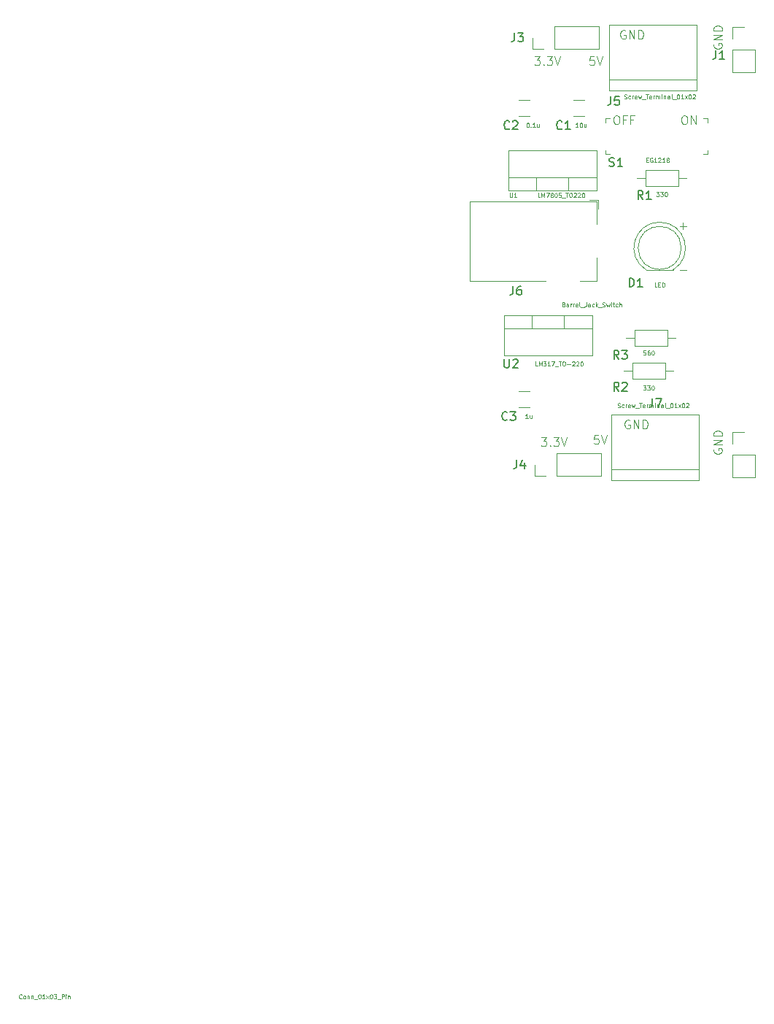
<source format=gto>
%TF.GenerationSoftware,KiCad,Pcbnew,8.0.6*%
%TF.CreationDate,2025-06-17T20:58:39+05:30*%
%TF.ProjectId,Breadboard Power Supply,42726561-6462-46f6-9172-6420506f7765,rev?*%
%TF.SameCoordinates,Original*%
%TF.FileFunction,Legend,Top*%
%TF.FilePolarity,Positive*%
%FSLAX46Y46*%
G04 Gerber Fmt 4.6, Leading zero omitted, Abs format (unit mm)*
G04 Created by KiCad (PCBNEW 8.0.6) date 2025-06-17 20:58:39*
%MOMM*%
%LPD*%
G01*
G04 APERTURE LIST*
%ADD10C,0.100000*%
%ADD11C,0.150000*%
%ADD12C,0.125000*%
%ADD13C,0.120000*%
G04 APERTURE END LIST*
D10*
X186676360Y-88280419D02*
X186866836Y-88280419D01*
X186866836Y-88280419D02*
X186962074Y-88328038D01*
X186962074Y-88328038D02*
X187057312Y-88423276D01*
X187057312Y-88423276D02*
X187104931Y-88613752D01*
X187104931Y-88613752D02*
X187104931Y-88947085D01*
X187104931Y-88947085D02*
X187057312Y-89137561D01*
X187057312Y-89137561D02*
X186962074Y-89232800D01*
X186962074Y-89232800D02*
X186866836Y-89280419D01*
X186866836Y-89280419D02*
X186676360Y-89280419D01*
X186676360Y-89280419D02*
X186581122Y-89232800D01*
X186581122Y-89232800D02*
X186485884Y-89137561D01*
X186485884Y-89137561D02*
X186438265Y-88947085D01*
X186438265Y-88947085D02*
X186438265Y-88613752D01*
X186438265Y-88613752D02*
X186485884Y-88423276D01*
X186485884Y-88423276D02*
X186581122Y-88328038D01*
X186581122Y-88328038D02*
X186676360Y-88280419D01*
X187533503Y-89280419D02*
X187533503Y-88280419D01*
X187533503Y-88280419D02*
X188104931Y-89280419D01*
X188104931Y-89280419D02*
X188104931Y-88280419D01*
X178802360Y-88280419D02*
X178992836Y-88280419D01*
X178992836Y-88280419D02*
X179088074Y-88328038D01*
X179088074Y-88328038D02*
X179183312Y-88423276D01*
X179183312Y-88423276D02*
X179230931Y-88613752D01*
X179230931Y-88613752D02*
X179230931Y-88947085D01*
X179230931Y-88947085D02*
X179183312Y-89137561D01*
X179183312Y-89137561D02*
X179088074Y-89232800D01*
X179088074Y-89232800D02*
X178992836Y-89280419D01*
X178992836Y-89280419D02*
X178802360Y-89280419D01*
X178802360Y-89280419D02*
X178707122Y-89232800D01*
X178707122Y-89232800D02*
X178611884Y-89137561D01*
X178611884Y-89137561D02*
X178564265Y-88947085D01*
X178564265Y-88947085D02*
X178564265Y-88613752D01*
X178564265Y-88613752D02*
X178611884Y-88423276D01*
X178611884Y-88423276D02*
X178707122Y-88328038D01*
X178707122Y-88328038D02*
X178802360Y-88280419D01*
X179992836Y-88756609D02*
X179659503Y-88756609D01*
X179659503Y-89280419D02*
X179659503Y-88280419D01*
X179659503Y-88280419D02*
X180135693Y-88280419D01*
X180849979Y-88756609D02*
X180516646Y-88756609D01*
X180516646Y-89280419D02*
X180516646Y-88280419D01*
X180516646Y-88280419D02*
X180992836Y-88280419D01*
X186231884Y-106171466D02*
X186993789Y-106171466D01*
X186231884Y-101091466D02*
X186993789Y-101091466D01*
X186612836Y-101472419D02*
X186612836Y-100710514D01*
X169372646Y-81422419D02*
X169991693Y-81422419D01*
X169991693Y-81422419D02*
X169658360Y-81803371D01*
X169658360Y-81803371D02*
X169801217Y-81803371D01*
X169801217Y-81803371D02*
X169896455Y-81850990D01*
X169896455Y-81850990D02*
X169944074Y-81898609D01*
X169944074Y-81898609D02*
X169991693Y-81993847D01*
X169991693Y-81993847D02*
X169991693Y-82231942D01*
X169991693Y-82231942D02*
X169944074Y-82327180D01*
X169944074Y-82327180D02*
X169896455Y-82374800D01*
X169896455Y-82374800D02*
X169801217Y-82422419D01*
X169801217Y-82422419D02*
X169515503Y-82422419D01*
X169515503Y-82422419D02*
X169420265Y-82374800D01*
X169420265Y-82374800D02*
X169372646Y-82327180D01*
X170420265Y-82327180D02*
X170467884Y-82374800D01*
X170467884Y-82374800D02*
X170420265Y-82422419D01*
X170420265Y-82422419D02*
X170372646Y-82374800D01*
X170372646Y-82374800D02*
X170420265Y-82327180D01*
X170420265Y-82327180D02*
X170420265Y-82422419D01*
X170801217Y-81422419D02*
X171420264Y-81422419D01*
X171420264Y-81422419D02*
X171086931Y-81803371D01*
X171086931Y-81803371D02*
X171229788Y-81803371D01*
X171229788Y-81803371D02*
X171325026Y-81850990D01*
X171325026Y-81850990D02*
X171372645Y-81898609D01*
X171372645Y-81898609D02*
X171420264Y-81993847D01*
X171420264Y-81993847D02*
X171420264Y-82231942D01*
X171420264Y-82231942D02*
X171372645Y-82327180D01*
X171372645Y-82327180D02*
X171325026Y-82374800D01*
X171325026Y-82374800D02*
X171229788Y-82422419D01*
X171229788Y-82422419D02*
X170944074Y-82422419D01*
X170944074Y-82422419D02*
X170848836Y-82374800D01*
X170848836Y-82374800D02*
X170801217Y-82327180D01*
X171705979Y-81422419D02*
X172039312Y-82422419D01*
X172039312Y-82422419D02*
X172372645Y-81422419D01*
X170134646Y-125618419D02*
X170753693Y-125618419D01*
X170753693Y-125618419D02*
X170420360Y-125999371D01*
X170420360Y-125999371D02*
X170563217Y-125999371D01*
X170563217Y-125999371D02*
X170658455Y-126046990D01*
X170658455Y-126046990D02*
X170706074Y-126094609D01*
X170706074Y-126094609D02*
X170753693Y-126189847D01*
X170753693Y-126189847D02*
X170753693Y-126427942D01*
X170753693Y-126427942D02*
X170706074Y-126523180D01*
X170706074Y-126523180D02*
X170658455Y-126570800D01*
X170658455Y-126570800D02*
X170563217Y-126618419D01*
X170563217Y-126618419D02*
X170277503Y-126618419D01*
X170277503Y-126618419D02*
X170182265Y-126570800D01*
X170182265Y-126570800D02*
X170134646Y-126523180D01*
X171182265Y-126523180D02*
X171229884Y-126570800D01*
X171229884Y-126570800D02*
X171182265Y-126618419D01*
X171182265Y-126618419D02*
X171134646Y-126570800D01*
X171134646Y-126570800D02*
X171182265Y-126523180D01*
X171182265Y-126523180D02*
X171182265Y-126618419D01*
X171563217Y-125618419D02*
X172182264Y-125618419D01*
X172182264Y-125618419D02*
X171848931Y-125999371D01*
X171848931Y-125999371D02*
X171991788Y-125999371D01*
X171991788Y-125999371D02*
X172087026Y-126046990D01*
X172087026Y-126046990D02*
X172134645Y-126094609D01*
X172134645Y-126094609D02*
X172182264Y-126189847D01*
X172182264Y-126189847D02*
X172182264Y-126427942D01*
X172182264Y-126427942D02*
X172134645Y-126523180D01*
X172134645Y-126523180D02*
X172087026Y-126570800D01*
X172087026Y-126570800D02*
X171991788Y-126618419D01*
X171991788Y-126618419D02*
X171706074Y-126618419D01*
X171706074Y-126618419D02*
X171610836Y-126570800D01*
X171610836Y-126570800D02*
X171563217Y-126523180D01*
X172467979Y-125618419D02*
X172801312Y-126618419D01*
X172801312Y-126618419D02*
X173134645Y-125618419D01*
X176294074Y-81422419D02*
X175817884Y-81422419D01*
X175817884Y-81422419D02*
X175770265Y-81898609D01*
X175770265Y-81898609D02*
X175817884Y-81850990D01*
X175817884Y-81850990D02*
X175913122Y-81803371D01*
X175913122Y-81803371D02*
X176151217Y-81803371D01*
X176151217Y-81803371D02*
X176246455Y-81850990D01*
X176246455Y-81850990D02*
X176294074Y-81898609D01*
X176294074Y-81898609D02*
X176341693Y-81993847D01*
X176341693Y-81993847D02*
X176341693Y-82231942D01*
X176341693Y-82231942D02*
X176294074Y-82327180D01*
X176294074Y-82327180D02*
X176246455Y-82374800D01*
X176246455Y-82374800D02*
X176151217Y-82422419D01*
X176151217Y-82422419D02*
X175913122Y-82422419D01*
X175913122Y-82422419D02*
X175817884Y-82374800D01*
X175817884Y-82374800D02*
X175770265Y-82327180D01*
X176627408Y-81422419D02*
X176960741Y-82422419D01*
X176960741Y-82422419D02*
X177294074Y-81422419D01*
X176802074Y-125364419D02*
X176325884Y-125364419D01*
X176325884Y-125364419D02*
X176278265Y-125840609D01*
X176278265Y-125840609D02*
X176325884Y-125792990D01*
X176325884Y-125792990D02*
X176421122Y-125745371D01*
X176421122Y-125745371D02*
X176659217Y-125745371D01*
X176659217Y-125745371D02*
X176754455Y-125792990D01*
X176754455Y-125792990D02*
X176802074Y-125840609D01*
X176802074Y-125840609D02*
X176849693Y-125935847D01*
X176849693Y-125935847D02*
X176849693Y-126173942D01*
X176849693Y-126173942D02*
X176802074Y-126269180D01*
X176802074Y-126269180D02*
X176754455Y-126316800D01*
X176754455Y-126316800D02*
X176659217Y-126364419D01*
X176659217Y-126364419D02*
X176421122Y-126364419D01*
X176421122Y-126364419D02*
X176325884Y-126316800D01*
X176325884Y-126316800D02*
X176278265Y-126269180D01*
X177135408Y-125364419D02*
X177468741Y-126364419D01*
X177468741Y-126364419D02*
X177802074Y-125364419D01*
X180405693Y-123634038D02*
X180310455Y-123586419D01*
X180310455Y-123586419D02*
X180167598Y-123586419D01*
X180167598Y-123586419D02*
X180024741Y-123634038D01*
X180024741Y-123634038D02*
X179929503Y-123729276D01*
X179929503Y-123729276D02*
X179881884Y-123824514D01*
X179881884Y-123824514D02*
X179834265Y-124014990D01*
X179834265Y-124014990D02*
X179834265Y-124157847D01*
X179834265Y-124157847D02*
X179881884Y-124348323D01*
X179881884Y-124348323D02*
X179929503Y-124443561D01*
X179929503Y-124443561D02*
X180024741Y-124538800D01*
X180024741Y-124538800D02*
X180167598Y-124586419D01*
X180167598Y-124586419D02*
X180262836Y-124586419D01*
X180262836Y-124586419D02*
X180405693Y-124538800D01*
X180405693Y-124538800D02*
X180453312Y-124491180D01*
X180453312Y-124491180D02*
X180453312Y-124157847D01*
X180453312Y-124157847D02*
X180262836Y-124157847D01*
X180881884Y-124586419D02*
X180881884Y-123586419D01*
X180881884Y-123586419D02*
X181453312Y-124586419D01*
X181453312Y-124586419D02*
X181453312Y-123586419D01*
X181929503Y-124586419D02*
X181929503Y-123586419D01*
X181929503Y-123586419D02*
X182167598Y-123586419D01*
X182167598Y-123586419D02*
X182310455Y-123634038D01*
X182310455Y-123634038D02*
X182405693Y-123729276D01*
X182405693Y-123729276D02*
X182453312Y-123824514D01*
X182453312Y-123824514D02*
X182500931Y-124014990D01*
X182500931Y-124014990D02*
X182500931Y-124157847D01*
X182500931Y-124157847D02*
X182453312Y-124348323D01*
X182453312Y-124348323D02*
X182405693Y-124443561D01*
X182405693Y-124443561D02*
X182310455Y-124538800D01*
X182310455Y-124538800D02*
X182167598Y-124586419D01*
X182167598Y-124586419D02*
X181929503Y-124586419D01*
X190182038Y-126934306D02*
X190134419Y-127029544D01*
X190134419Y-127029544D02*
X190134419Y-127172401D01*
X190134419Y-127172401D02*
X190182038Y-127315258D01*
X190182038Y-127315258D02*
X190277276Y-127410496D01*
X190277276Y-127410496D02*
X190372514Y-127458115D01*
X190372514Y-127458115D02*
X190562990Y-127505734D01*
X190562990Y-127505734D02*
X190705847Y-127505734D01*
X190705847Y-127505734D02*
X190896323Y-127458115D01*
X190896323Y-127458115D02*
X190991561Y-127410496D01*
X190991561Y-127410496D02*
X191086800Y-127315258D01*
X191086800Y-127315258D02*
X191134419Y-127172401D01*
X191134419Y-127172401D02*
X191134419Y-127077163D01*
X191134419Y-127077163D02*
X191086800Y-126934306D01*
X191086800Y-126934306D02*
X191039180Y-126886687D01*
X191039180Y-126886687D02*
X190705847Y-126886687D01*
X190705847Y-126886687D02*
X190705847Y-127077163D01*
X191134419Y-126458115D02*
X190134419Y-126458115D01*
X190134419Y-126458115D02*
X191134419Y-125886687D01*
X191134419Y-125886687D02*
X190134419Y-125886687D01*
X191134419Y-125410496D02*
X190134419Y-125410496D01*
X190134419Y-125410496D02*
X190134419Y-125172401D01*
X190134419Y-125172401D02*
X190182038Y-125029544D01*
X190182038Y-125029544D02*
X190277276Y-124934306D01*
X190277276Y-124934306D02*
X190372514Y-124886687D01*
X190372514Y-124886687D02*
X190562990Y-124839068D01*
X190562990Y-124839068D02*
X190705847Y-124839068D01*
X190705847Y-124839068D02*
X190896323Y-124886687D01*
X190896323Y-124886687D02*
X190991561Y-124934306D01*
X190991561Y-124934306D02*
X191086800Y-125029544D01*
X191086800Y-125029544D02*
X191134419Y-125172401D01*
X191134419Y-125172401D02*
X191134419Y-125410496D01*
X190182038Y-79944306D02*
X190134419Y-80039544D01*
X190134419Y-80039544D02*
X190134419Y-80182401D01*
X190134419Y-80182401D02*
X190182038Y-80325258D01*
X190182038Y-80325258D02*
X190277276Y-80420496D01*
X190277276Y-80420496D02*
X190372514Y-80468115D01*
X190372514Y-80468115D02*
X190562990Y-80515734D01*
X190562990Y-80515734D02*
X190705847Y-80515734D01*
X190705847Y-80515734D02*
X190896323Y-80468115D01*
X190896323Y-80468115D02*
X190991561Y-80420496D01*
X190991561Y-80420496D02*
X191086800Y-80325258D01*
X191086800Y-80325258D02*
X191134419Y-80182401D01*
X191134419Y-80182401D02*
X191134419Y-80087163D01*
X191134419Y-80087163D02*
X191086800Y-79944306D01*
X191086800Y-79944306D02*
X191039180Y-79896687D01*
X191039180Y-79896687D02*
X190705847Y-79896687D01*
X190705847Y-79896687D02*
X190705847Y-80087163D01*
X191134419Y-79468115D02*
X190134419Y-79468115D01*
X190134419Y-79468115D02*
X191134419Y-78896687D01*
X191134419Y-78896687D02*
X190134419Y-78896687D01*
X191134419Y-78420496D02*
X190134419Y-78420496D01*
X190134419Y-78420496D02*
X190134419Y-78182401D01*
X190134419Y-78182401D02*
X190182038Y-78039544D01*
X190182038Y-78039544D02*
X190277276Y-77944306D01*
X190277276Y-77944306D02*
X190372514Y-77896687D01*
X190372514Y-77896687D02*
X190562990Y-77849068D01*
X190562990Y-77849068D02*
X190705847Y-77849068D01*
X190705847Y-77849068D02*
X190896323Y-77896687D01*
X190896323Y-77896687D02*
X190991561Y-77944306D01*
X190991561Y-77944306D02*
X191086800Y-78039544D01*
X191086800Y-78039544D02*
X191134419Y-78182401D01*
X191134419Y-78182401D02*
X191134419Y-78420496D01*
X179897693Y-78422038D02*
X179802455Y-78374419D01*
X179802455Y-78374419D02*
X179659598Y-78374419D01*
X179659598Y-78374419D02*
X179516741Y-78422038D01*
X179516741Y-78422038D02*
X179421503Y-78517276D01*
X179421503Y-78517276D02*
X179373884Y-78612514D01*
X179373884Y-78612514D02*
X179326265Y-78802990D01*
X179326265Y-78802990D02*
X179326265Y-78945847D01*
X179326265Y-78945847D02*
X179373884Y-79136323D01*
X179373884Y-79136323D02*
X179421503Y-79231561D01*
X179421503Y-79231561D02*
X179516741Y-79326800D01*
X179516741Y-79326800D02*
X179659598Y-79374419D01*
X179659598Y-79374419D02*
X179754836Y-79374419D01*
X179754836Y-79374419D02*
X179897693Y-79326800D01*
X179897693Y-79326800D02*
X179945312Y-79279180D01*
X179945312Y-79279180D02*
X179945312Y-78945847D01*
X179945312Y-78945847D02*
X179754836Y-78945847D01*
X180373884Y-79374419D02*
X180373884Y-78374419D01*
X180373884Y-78374419D02*
X180945312Y-79374419D01*
X180945312Y-79374419D02*
X180945312Y-78374419D01*
X181421503Y-79374419D02*
X181421503Y-78374419D01*
X181421503Y-78374419D02*
X181659598Y-78374419D01*
X181659598Y-78374419D02*
X181802455Y-78422038D01*
X181802455Y-78422038D02*
X181897693Y-78517276D01*
X181897693Y-78517276D02*
X181945312Y-78612514D01*
X181945312Y-78612514D02*
X181992931Y-78802990D01*
X181992931Y-78802990D02*
X181992931Y-78945847D01*
X181992931Y-78945847D02*
X181945312Y-79136323D01*
X181945312Y-79136323D02*
X181897693Y-79231561D01*
X181897693Y-79231561D02*
X181802455Y-79326800D01*
X181802455Y-79326800D02*
X181659598Y-79374419D01*
X181659598Y-79374419D02*
X181421503Y-79374419D01*
D11*
X165862095Y-116548819D02*
X165862095Y-117358342D01*
X165862095Y-117358342D02*
X165909714Y-117453580D01*
X165909714Y-117453580D02*
X165957333Y-117501200D01*
X165957333Y-117501200D02*
X166052571Y-117548819D01*
X166052571Y-117548819D02*
X166243047Y-117548819D01*
X166243047Y-117548819D02*
X166338285Y-117501200D01*
X166338285Y-117501200D02*
X166385904Y-117453580D01*
X166385904Y-117453580D02*
X166433523Y-117358342D01*
X166433523Y-117358342D02*
X166433523Y-116548819D01*
X166862095Y-116644057D02*
X166909714Y-116596438D01*
X166909714Y-116596438D02*
X167004952Y-116548819D01*
X167004952Y-116548819D02*
X167243047Y-116548819D01*
X167243047Y-116548819D02*
X167338285Y-116596438D01*
X167338285Y-116596438D02*
X167385904Y-116644057D01*
X167385904Y-116644057D02*
X167433523Y-116739295D01*
X167433523Y-116739295D02*
X167433523Y-116834533D01*
X167433523Y-116834533D02*
X167385904Y-116977390D01*
X167385904Y-116977390D02*
X166814476Y-117548819D01*
X166814476Y-117548819D02*
X167433523Y-117548819D01*
D12*
X169700096Y-117318809D02*
X169462001Y-117318809D01*
X169462001Y-117318809D02*
X169462001Y-116818809D01*
X169866763Y-117318809D02*
X169866763Y-116818809D01*
X169866763Y-116818809D02*
X170033430Y-117175952D01*
X170033430Y-117175952D02*
X170200096Y-116818809D01*
X170200096Y-116818809D02*
X170200096Y-117318809D01*
X170390573Y-116818809D02*
X170700097Y-116818809D01*
X170700097Y-116818809D02*
X170533430Y-117009285D01*
X170533430Y-117009285D02*
X170604859Y-117009285D01*
X170604859Y-117009285D02*
X170652478Y-117033095D01*
X170652478Y-117033095D02*
X170676287Y-117056904D01*
X170676287Y-117056904D02*
X170700097Y-117104523D01*
X170700097Y-117104523D02*
X170700097Y-117223571D01*
X170700097Y-117223571D02*
X170676287Y-117271190D01*
X170676287Y-117271190D02*
X170652478Y-117295000D01*
X170652478Y-117295000D02*
X170604859Y-117318809D01*
X170604859Y-117318809D02*
X170462002Y-117318809D01*
X170462002Y-117318809D02*
X170414383Y-117295000D01*
X170414383Y-117295000D02*
X170390573Y-117271190D01*
X171176287Y-117318809D02*
X170890573Y-117318809D01*
X171033430Y-117318809D02*
X171033430Y-116818809D01*
X171033430Y-116818809D02*
X170985811Y-116890238D01*
X170985811Y-116890238D02*
X170938192Y-116937857D01*
X170938192Y-116937857D02*
X170890573Y-116961666D01*
X171342953Y-116818809D02*
X171676286Y-116818809D01*
X171676286Y-116818809D02*
X171462001Y-117318809D01*
X171747715Y-117366428D02*
X172128667Y-117366428D01*
X172176286Y-116818809D02*
X172462000Y-116818809D01*
X172319143Y-117318809D02*
X172319143Y-116818809D01*
X172723904Y-116818809D02*
X172819142Y-116818809D01*
X172819142Y-116818809D02*
X172866761Y-116842619D01*
X172866761Y-116842619D02*
X172914380Y-116890238D01*
X172914380Y-116890238D02*
X172938190Y-116985476D01*
X172938190Y-116985476D02*
X172938190Y-117152142D01*
X172938190Y-117152142D02*
X172914380Y-117247380D01*
X172914380Y-117247380D02*
X172866761Y-117295000D01*
X172866761Y-117295000D02*
X172819142Y-117318809D01*
X172819142Y-117318809D02*
X172723904Y-117318809D01*
X172723904Y-117318809D02*
X172676285Y-117295000D01*
X172676285Y-117295000D02*
X172628666Y-117247380D01*
X172628666Y-117247380D02*
X172604857Y-117152142D01*
X172604857Y-117152142D02*
X172604857Y-116985476D01*
X172604857Y-116985476D02*
X172628666Y-116890238D01*
X172628666Y-116890238D02*
X172676285Y-116842619D01*
X172676285Y-116842619D02*
X172723904Y-116818809D01*
X173152476Y-117128333D02*
X173533429Y-117128333D01*
X173747715Y-116866428D02*
X173771524Y-116842619D01*
X173771524Y-116842619D02*
X173819143Y-116818809D01*
X173819143Y-116818809D02*
X173938191Y-116818809D01*
X173938191Y-116818809D02*
X173985810Y-116842619D01*
X173985810Y-116842619D02*
X174009619Y-116866428D01*
X174009619Y-116866428D02*
X174033429Y-116914047D01*
X174033429Y-116914047D02*
X174033429Y-116961666D01*
X174033429Y-116961666D02*
X174009619Y-117033095D01*
X174009619Y-117033095D02*
X173723905Y-117318809D01*
X173723905Y-117318809D02*
X174033429Y-117318809D01*
X174223905Y-116866428D02*
X174247714Y-116842619D01*
X174247714Y-116842619D02*
X174295333Y-116818809D01*
X174295333Y-116818809D02*
X174414381Y-116818809D01*
X174414381Y-116818809D02*
X174462000Y-116842619D01*
X174462000Y-116842619D02*
X174485809Y-116866428D01*
X174485809Y-116866428D02*
X174509619Y-116914047D01*
X174509619Y-116914047D02*
X174509619Y-116961666D01*
X174509619Y-116961666D02*
X174485809Y-117033095D01*
X174485809Y-117033095D02*
X174200095Y-117318809D01*
X174200095Y-117318809D02*
X174509619Y-117318809D01*
X174819142Y-116818809D02*
X174866761Y-116818809D01*
X174866761Y-116818809D02*
X174914380Y-116842619D01*
X174914380Y-116842619D02*
X174938190Y-116866428D01*
X174938190Y-116866428D02*
X174961999Y-116914047D01*
X174961999Y-116914047D02*
X174985809Y-117009285D01*
X174985809Y-117009285D02*
X174985809Y-117128333D01*
X174985809Y-117128333D02*
X174961999Y-117223571D01*
X174961999Y-117223571D02*
X174938190Y-117271190D01*
X174938190Y-117271190D02*
X174914380Y-117295000D01*
X174914380Y-117295000D02*
X174866761Y-117318809D01*
X174866761Y-117318809D02*
X174819142Y-117318809D01*
X174819142Y-117318809D02*
X174771523Y-117295000D01*
X174771523Y-117295000D02*
X174747714Y-117271190D01*
X174747714Y-117271190D02*
X174723904Y-117223571D01*
X174723904Y-117223571D02*
X174700095Y-117128333D01*
X174700095Y-117128333D02*
X174700095Y-117009285D01*
X174700095Y-117009285D02*
X174723904Y-116914047D01*
X174723904Y-116914047D02*
X174747714Y-116866428D01*
X174747714Y-116866428D02*
X174771523Y-116842619D01*
X174771523Y-116842619D02*
X174819142Y-116818809D01*
X166497047Y-97260809D02*
X166497047Y-97665571D01*
X166497047Y-97665571D02*
X166520857Y-97713190D01*
X166520857Y-97713190D02*
X166544666Y-97737000D01*
X166544666Y-97737000D02*
X166592285Y-97760809D01*
X166592285Y-97760809D02*
X166687523Y-97760809D01*
X166687523Y-97760809D02*
X166735142Y-97737000D01*
X166735142Y-97737000D02*
X166758952Y-97713190D01*
X166758952Y-97713190D02*
X166782761Y-97665571D01*
X166782761Y-97665571D02*
X166782761Y-97260809D01*
X167282762Y-97760809D02*
X166997048Y-97760809D01*
X167139905Y-97760809D02*
X167139905Y-97260809D01*
X167139905Y-97260809D02*
X167092286Y-97332238D01*
X167092286Y-97332238D02*
X167044667Y-97379857D01*
X167044667Y-97379857D02*
X166997048Y-97403666D01*
X170025525Y-97760809D02*
X169787430Y-97760809D01*
X169787430Y-97760809D02*
X169787430Y-97260809D01*
X170192192Y-97760809D02*
X170192192Y-97260809D01*
X170192192Y-97260809D02*
X170358859Y-97617952D01*
X170358859Y-97617952D02*
X170525525Y-97260809D01*
X170525525Y-97260809D02*
X170525525Y-97760809D01*
X170716002Y-97260809D02*
X171049335Y-97260809D01*
X171049335Y-97260809D02*
X170835050Y-97760809D01*
X171311240Y-97475095D02*
X171263621Y-97451285D01*
X171263621Y-97451285D02*
X171239811Y-97427476D01*
X171239811Y-97427476D02*
X171216002Y-97379857D01*
X171216002Y-97379857D02*
X171216002Y-97356047D01*
X171216002Y-97356047D02*
X171239811Y-97308428D01*
X171239811Y-97308428D02*
X171263621Y-97284619D01*
X171263621Y-97284619D02*
X171311240Y-97260809D01*
X171311240Y-97260809D02*
X171406478Y-97260809D01*
X171406478Y-97260809D02*
X171454097Y-97284619D01*
X171454097Y-97284619D02*
X171477906Y-97308428D01*
X171477906Y-97308428D02*
X171501716Y-97356047D01*
X171501716Y-97356047D02*
X171501716Y-97379857D01*
X171501716Y-97379857D02*
X171477906Y-97427476D01*
X171477906Y-97427476D02*
X171454097Y-97451285D01*
X171454097Y-97451285D02*
X171406478Y-97475095D01*
X171406478Y-97475095D02*
X171311240Y-97475095D01*
X171311240Y-97475095D02*
X171263621Y-97498904D01*
X171263621Y-97498904D02*
X171239811Y-97522714D01*
X171239811Y-97522714D02*
X171216002Y-97570333D01*
X171216002Y-97570333D02*
X171216002Y-97665571D01*
X171216002Y-97665571D02*
X171239811Y-97713190D01*
X171239811Y-97713190D02*
X171263621Y-97737000D01*
X171263621Y-97737000D02*
X171311240Y-97760809D01*
X171311240Y-97760809D02*
X171406478Y-97760809D01*
X171406478Y-97760809D02*
X171454097Y-97737000D01*
X171454097Y-97737000D02*
X171477906Y-97713190D01*
X171477906Y-97713190D02*
X171501716Y-97665571D01*
X171501716Y-97665571D02*
X171501716Y-97570333D01*
X171501716Y-97570333D02*
X171477906Y-97522714D01*
X171477906Y-97522714D02*
X171454097Y-97498904D01*
X171454097Y-97498904D02*
X171406478Y-97475095D01*
X171811239Y-97260809D02*
X171858858Y-97260809D01*
X171858858Y-97260809D02*
X171906477Y-97284619D01*
X171906477Y-97284619D02*
X171930287Y-97308428D01*
X171930287Y-97308428D02*
X171954096Y-97356047D01*
X171954096Y-97356047D02*
X171977906Y-97451285D01*
X171977906Y-97451285D02*
X171977906Y-97570333D01*
X171977906Y-97570333D02*
X171954096Y-97665571D01*
X171954096Y-97665571D02*
X171930287Y-97713190D01*
X171930287Y-97713190D02*
X171906477Y-97737000D01*
X171906477Y-97737000D02*
X171858858Y-97760809D01*
X171858858Y-97760809D02*
X171811239Y-97760809D01*
X171811239Y-97760809D02*
X171763620Y-97737000D01*
X171763620Y-97737000D02*
X171739811Y-97713190D01*
X171739811Y-97713190D02*
X171716001Y-97665571D01*
X171716001Y-97665571D02*
X171692192Y-97570333D01*
X171692192Y-97570333D02*
X171692192Y-97451285D01*
X171692192Y-97451285D02*
X171716001Y-97356047D01*
X171716001Y-97356047D02*
X171739811Y-97308428D01*
X171739811Y-97308428D02*
X171763620Y-97284619D01*
X171763620Y-97284619D02*
X171811239Y-97260809D01*
X172430286Y-97260809D02*
X172192191Y-97260809D01*
X172192191Y-97260809D02*
X172168382Y-97498904D01*
X172168382Y-97498904D02*
X172192191Y-97475095D01*
X172192191Y-97475095D02*
X172239810Y-97451285D01*
X172239810Y-97451285D02*
X172358858Y-97451285D01*
X172358858Y-97451285D02*
X172406477Y-97475095D01*
X172406477Y-97475095D02*
X172430286Y-97498904D01*
X172430286Y-97498904D02*
X172454096Y-97546523D01*
X172454096Y-97546523D02*
X172454096Y-97665571D01*
X172454096Y-97665571D02*
X172430286Y-97713190D01*
X172430286Y-97713190D02*
X172406477Y-97737000D01*
X172406477Y-97737000D02*
X172358858Y-97760809D01*
X172358858Y-97760809D02*
X172239810Y-97760809D01*
X172239810Y-97760809D02*
X172192191Y-97737000D01*
X172192191Y-97737000D02*
X172168382Y-97713190D01*
X172549334Y-97808428D02*
X172930286Y-97808428D01*
X172977905Y-97260809D02*
X173263619Y-97260809D01*
X173120762Y-97760809D02*
X173120762Y-97260809D01*
X173525523Y-97260809D02*
X173620761Y-97260809D01*
X173620761Y-97260809D02*
X173668380Y-97284619D01*
X173668380Y-97284619D02*
X173715999Y-97332238D01*
X173715999Y-97332238D02*
X173739809Y-97427476D01*
X173739809Y-97427476D02*
X173739809Y-97594142D01*
X173739809Y-97594142D02*
X173715999Y-97689380D01*
X173715999Y-97689380D02*
X173668380Y-97737000D01*
X173668380Y-97737000D02*
X173620761Y-97760809D01*
X173620761Y-97760809D02*
X173525523Y-97760809D01*
X173525523Y-97760809D02*
X173477904Y-97737000D01*
X173477904Y-97737000D02*
X173430285Y-97689380D01*
X173430285Y-97689380D02*
X173406476Y-97594142D01*
X173406476Y-97594142D02*
X173406476Y-97427476D01*
X173406476Y-97427476D02*
X173430285Y-97332238D01*
X173430285Y-97332238D02*
X173477904Y-97284619D01*
X173477904Y-97284619D02*
X173525523Y-97260809D01*
X173930286Y-97308428D02*
X173954095Y-97284619D01*
X173954095Y-97284619D02*
X174001714Y-97260809D01*
X174001714Y-97260809D02*
X174120762Y-97260809D01*
X174120762Y-97260809D02*
X174168381Y-97284619D01*
X174168381Y-97284619D02*
X174192190Y-97308428D01*
X174192190Y-97308428D02*
X174216000Y-97356047D01*
X174216000Y-97356047D02*
X174216000Y-97403666D01*
X174216000Y-97403666D02*
X174192190Y-97475095D01*
X174192190Y-97475095D02*
X173906476Y-97760809D01*
X173906476Y-97760809D02*
X174216000Y-97760809D01*
X174406476Y-97308428D02*
X174430285Y-97284619D01*
X174430285Y-97284619D02*
X174477904Y-97260809D01*
X174477904Y-97260809D02*
X174596952Y-97260809D01*
X174596952Y-97260809D02*
X174644571Y-97284619D01*
X174644571Y-97284619D02*
X174668380Y-97308428D01*
X174668380Y-97308428D02*
X174692190Y-97356047D01*
X174692190Y-97356047D02*
X174692190Y-97403666D01*
X174692190Y-97403666D02*
X174668380Y-97475095D01*
X174668380Y-97475095D02*
X174382666Y-97760809D01*
X174382666Y-97760809D02*
X174692190Y-97760809D01*
X175001713Y-97260809D02*
X175049332Y-97260809D01*
X175049332Y-97260809D02*
X175096951Y-97284619D01*
X175096951Y-97284619D02*
X175120761Y-97308428D01*
X175120761Y-97308428D02*
X175144570Y-97356047D01*
X175144570Y-97356047D02*
X175168380Y-97451285D01*
X175168380Y-97451285D02*
X175168380Y-97570333D01*
X175168380Y-97570333D02*
X175144570Y-97665571D01*
X175144570Y-97665571D02*
X175120761Y-97713190D01*
X175120761Y-97713190D02*
X175096951Y-97737000D01*
X175096951Y-97737000D02*
X175049332Y-97760809D01*
X175049332Y-97760809D02*
X175001713Y-97760809D01*
X175001713Y-97760809D02*
X174954094Y-97737000D01*
X174954094Y-97737000D02*
X174930285Y-97713190D01*
X174930285Y-97713190D02*
X174906475Y-97665571D01*
X174906475Y-97665571D02*
X174882666Y-97570333D01*
X174882666Y-97570333D02*
X174882666Y-97451285D01*
X174882666Y-97451285D02*
X174906475Y-97356047D01*
X174906475Y-97356047D02*
X174930285Y-97308428D01*
X174930285Y-97308428D02*
X174954094Y-97284619D01*
X174954094Y-97284619D02*
X175001713Y-97260809D01*
D11*
X178054095Y-94133200D02*
X178196952Y-94180819D01*
X178196952Y-94180819D02*
X178435047Y-94180819D01*
X178435047Y-94180819D02*
X178530285Y-94133200D01*
X178530285Y-94133200D02*
X178577904Y-94085580D01*
X178577904Y-94085580D02*
X178625523Y-93990342D01*
X178625523Y-93990342D02*
X178625523Y-93895104D01*
X178625523Y-93895104D02*
X178577904Y-93799866D01*
X178577904Y-93799866D02*
X178530285Y-93752247D01*
X178530285Y-93752247D02*
X178435047Y-93704628D01*
X178435047Y-93704628D02*
X178244571Y-93657009D01*
X178244571Y-93657009D02*
X178149333Y-93609390D01*
X178149333Y-93609390D02*
X178101714Y-93561771D01*
X178101714Y-93561771D02*
X178054095Y-93466533D01*
X178054095Y-93466533D02*
X178054095Y-93371295D01*
X178054095Y-93371295D02*
X178101714Y-93276057D01*
X178101714Y-93276057D02*
X178149333Y-93228438D01*
X178149333Y-93228438D02*
X178244571Y-93180819D01*
X178244571Y-93180819D02*
X178482666Y-93180819D01*
X178482666Y-93180819D02*
X178625523Y-93228438D01*
X179577904Y-94180819D02*
X179006476Y-94180819D01*
X179292190Y-94180819D02*
X179292190Y-93180819D01*
X179292190Y-93180819D02*
X179196952Y-93323676D01*
X179196952Y-93323676D02*
X179101714Y-93418914D01*
X179101714Y-93418914D02*
X179006476Y-93466533D01*
D12*
X182332477Y-93434904D02*
X182499144Y-93434904D01*
X182570572Y-93696809D02*
X182332477Y-93696809D01*
X182332477Y-93696809D02*
X182332477Y-93196809D01*
X182332477Y-93196809D02*
X182570572Y-93196809D01*
X183046763Y-93220619D02*
X182999144Y-93196809D01*
X182999144Y-93196809D02*
X182927715Y-93196809D01*
X182927715Y-93196809D02*
X182856287Y-93220619D01*
X182856287Y-93220619D02*
X182808668Y-93268238D01*
X182808668Y-93268238D02*
X182784858Y-93315857D01*
X182784858Y-93315857D02*
X182761049Y-93411095D01*
X182761049Y-93411095D02*
X182761049Y-93482523D01*
X182761049Y-93482523D02*
X182784858Y-93577761D01*
X182784858Y-93577761D02*
X182808668Y-93625380D01*
X182808668Y-93625380D02*
X182856287Y-93673000D01*
X182856287Y-93673000D02*
X182927715Y-93696809D01*
X182927715Y-93696809D02*
X182975334Y-93696809D01*
X182975334Y-93696809D02*
X183046763Y-93673000D01*
X183046763Y-93673000D02*
X183070572Y-93649190D01*
X183070572Y-93649190D02*
X183070572Y-93482523D01*
X183070572Y-93482523D02*
X182975334Y-93482523D01*
X183546763Y-93696809D02*
X183261049Y-93696809D01*
X183403906Y-93696809D02*
X183403906Y-93196809D01*
X183403906Y-93196809D02*
X183356287Y-93268238D01*
X183356287Y-93268238D02*
X183308668Y-93315857D01*
X183308668Y-93315857D02*
X183261049Y-93339666D01*
X183737239Y-93244428D02*
X183761048Y-93220619D01*
X183761048Y-93220619D02*
X183808667Y-93196809D01*
X183808667Y-93196809D02*
X183927715Y-93196809D01*
X183927715Y-93196809D02*
X183975334Y-93220619D01*
X183975334Y-93220619D02*
X183999143Y-93244428D01*
X183999143Y-93244428D02*
X184022953Y-93292047D01*
X184022953Y-93292047D02*
X184022953Y-93339666D01*
X184022953Y-93339666D02*
X183999143Y-93411095D01*
X183999143Y-93411095D02*
X183713429Y-93696809D01*
X183713429Y-93696809D02*
X184022953Y-93696809D01*
X184499143Y-93696809D02*
X184213429Y-93696809D01*
X184356286Y-93696809D02*
X184356286Y-93196809D01*
X184356286Y-93196809D02*
X184308667Y-93268238D01*
X184308667Y-93268238D02*
X184261048Y-93315857D01*
X184261048Y-93315857D02*
X184213429Y-93339666D01*
X184784857Y-93411095D02*
X184737238Y-93387285D01*
X184737238Y-93387285D02*
X184713428Y-93363476D01*
X184713428Y-93363476D02*
X184689619Y-93315857D01*
X184689619Y-93315857D02*
X184689619Y-93292047D01*
X184689619Y-93292047D02*
X184713428Y-93244428D01*
X184713428Y-93244428D02*
X184737238Y-93220619D01*
X184737238Y-93220619D02*
X184784857Y-93196809D01*
X184784857Y-93196809D02*
X184880095Y-93196809D01*
X184880095Y-93196809D02*
X184927714Y-93220619D01*
X184927714Y-93220619D02*
X184951523Y-93244428D01*
X184951523Y-93244428D02*
X184975333Y-93292047D01*
X184975333Y-93292047D02*
X184975333Y-93315857D01*
X184975333Y-93315857D02*
X184951523Y-93363476D01*
X184951523Y-93363476D02*
X184927714Y-93387285D01*
X184927714Y-93387285D02*
X184880095Y-93411095D01*
X184880095Y-93411095D02*
X184784857Y-93411095D01*
X184784857Y-93411095D02*
X184737238Y-93434904D01*
X184737238Y-93434904D02*
X184713428Y-93458714D01*
X184713428Y-93458714D02*
X184689619Y-93506333D01*
X184689619Y-93506333D02*
X184689619Y-93601571D01*
X184689619Y-93601571D02*
X184713428Y-93649190D01*
X184713428Y-93649190D02*
X184737238Y-93673000D01*
X184737238Y-93673000D02*
X184784857Y-93696809D01*
X184784857Y-93696809D02*
X184880095Y-93696809D01*
X184880095Y-93696809D02*
X184927714Y-93673000D01*
X184927714Y-93673000D02*
X184951523Y-93649190D01*
X184951523Y-93649190D02*
X184975333Y-93601571D01*
X184975333Y-93601571D02*
X184975333Y-93506333D01*
X184975333Y-93506333D02*
X184951523Y-93458714D01*
X184951523Y-93458714D02*
X184927714Y-93434904D01*
X184927714Y-93434904D02*
X184880095Y-93411095D01*
D11*
X179157333Y-116532819D02*
X178824000Y-116056628D01*
X178585905Y-116532819D02*
X178585905Y-115532819D01*
X178585905Y-115532819D02*
X178966857Y-115532819D01*
X178966857Y-115532819D02*
X179062095Y-115580438D01*
X179062095Y-115580438D02*
X179109714Y-115628057D01*
X179109714Y-115628057D02*
X179157333Y-115723295D01*
X179157333Y-115723295D02*
X179157333Y-115866152D01*
X179157333Y-115866152D02*
X179109714Y-115961390D01*
X179109714Y-115961390D02*
X179062095Y-116009009D01*
X179062095Y-116009009D02*
X178966857Y-116056628D01*
X178966857Y-116056628D02*
X178585905Y-116056628D01*
X179490667Y-115532819D02*
X180109714Y-115532819D01*
X180109714Y-115532819D02*
X179776381Y-115913771D01*
X179776381Y-115913771D02*
X179919238Y-115913771D01*
X179919238Y-115913771D02*
X180014476Y-115961390D01*
X180014476Y-115961390D02*
X180062095Y-116009009D01*
X180062095Y-116009009D02*
X180109714Y-116104247D01*
X180109714Y-116104247D02*
X180109714Y-116342342D01*
X180109714Y-116342342D02*
X180062095Y-116437580D01*
X180062095Y-116437580D02*
X180014476Y-116485200D01*
X180014476Y-116485200D02*
X179919238Y-116532819D01*
X179919238Y-116532819D02*
X179633524Y-116532819D01*
X179633524Y-116532819D02*
X179538286Y-116485200D01*
X179538286Y-116485200D02*
X179490667Y-116437580D01*
D12*
X182268857Y-115548809D02*
X182030762Y-115548809D01*
X182030762Y-115548809D02*
X182006953Y-115786904D01*
X182006953Y-115786904D02*
X182030762Y-115763095D01*
X182030762Y-115763095D02*
X182078381Y-115739285D01*
X182078381Y-115739285D02*
X182197429Y-115739285D01*
X182197429Y-115739285D02*
X182245048Y-115763095D01*
X182245048Y-115763095D02*
X182268857Y-115786904D01*
X182268857Y-115786904D02*
X182292667Y-115834523D01*
X182292667Y-115834523D02*
X182292667Y-115953571D01*
X182292667Y-115953571D02*
X182268857Y-116001190D01*
X182268857Y-116001190D02*
X182245048Y-116025000D01*
X182245048Y-116025000D02*
X182197429Y-116048809D01*
X182197429Y-116048809D02*
X182078381Y-116048809D01*
X182078381Y-116048809D02*
X182030762Y-116025000D01*
X182030762Y-116025000D02*
X182006953Y-116001190D01*
X182721238Y-115548809D02*
X182626000Y-115548809D01*
X182626000Y-115548809D02*
X182578381Y-115572619D01*
X182578381Y-115572619D02*
X182554571Y-115596428D01*
X182554571Y-115596428D02*
X182506952Y-115667857D01*
X182506952Y-115667857D02*
X182483143Y-115763095D01*
X182483143Y-115763095D02*
X182483143Y-115953571D01*
X182483143Y-115953571D02*
X182506952Y-116001190D01*
X182506952Y-116001190D02*
X182530762Y-116025000D01*
X182530762Y-116025000D02*
X182578381Y-116048809D01*
X182578381Y-116048809D02*
X182673619Y-116048809D01*
X182673619Y-116048809D02*
X182721238Y-116025000D01*
X182721238Y-116025000D02*
X182745047Y-116001190D01*
X182745047Y-116001190D02*
X182768857Y-115953571D01*
X182768857Y-115953571D02*
X182768857Y-115834523D01*
X182768857Y-115834523D02*
X182745047Y-115786904D01*
X182745047Y-115786904D02*
X182721238Y-115763095D01*
X182721238Y-115763095D02*
X182673619Y-115739285D01*
X182673619Y-115739285D02*
X182578381Y-115739285D01*
X182578381Y-115739285D02*
X182530762Y-115763095D01*
X182530762Y-115763095D02*
X182506952Y-115786904D01*
X182506952Y-115786904D02*
X182483143Y-115834523D01*
X183078380Y-115548809D02*
X183125999Y-115548809D01*
X183125999Y-115548809D02*
X183173618Y-115572619D01*
X183173618Y-115572619D02*
X183197428Y-115596428D01*
X183197428Y-115596428D02*
X183221237Y-115644047D01*
X183221237Y-115644047D02*
X183245047Y-115739285D01*
X183245047Y-115739285D02*
X183245047Y-115858333D01*
X183245047Y-115858333D02*
X183221237Y-115953571D01*
X183221237Y-115953571D02*
X183197428Y-116001190D01*
X183197428Y-116001190D02*
X183173618Y-116025000D01*
X183173618Y-116025000D02*
X183125999Y-116048809D01*
X183125999Y-116048809D02*
X183078380Y-116048809D01*
X183078380Y-116048809D02*
X183030761Y-116025000D01*
X183030761Y-116025000D02*
X183006952Y-116001190D01*
X183006952Y-116001190D02*
X182983142Y-115953571D01*
X182983142Y-115953571D02*
X182959333Y-115858333D01*
X182959333Y-115858333D02*
X182959333Y-115739285D01*
X182959333Y-115739285D02*
X182983142Y-115644047D01*
X182983142Y-115644047D02*
X183006952Y-115596428D01*
X183006952Y-115596428D02*
X183030761Y-115572619D01*
X183030761Y-115572619D02*
X183078380Y-115548809D01*
D11*
X179157333Y-120230819D02*
X178824000Y-119754628D01*
X178585905Y-120230819D02*
X178585905Y-119230819D01*
X178585905Y-119230819D02*
X178966857Y-119230819D01*
X178966857Y-119230819D02*
X179062095Y-119278438D01*
X179062095Y-119278438D02*
X179109714Y-119326057D01*
X179109714Y-119326057D02*
X179157333Y-119421295D01*
X179157333Y-119421295D02*
X179157333Y-119564152D01*
X179157333Y-119564152D02*
X179109714Y-119659390D01*
X179109714Y-119659390D02*
X179062095Y-119707009D01*
X179062095Y-119707009D02*
X178966857Y-119754628D01*
X178966857Y-119754628D02*
X178585905Y-119754628D01*
X179538286Y-119326057D02*
X179585905Y-119278438D01*
X179585905Y-119278438D02*
X179681143Y-119230819D01*
X179681143Y-119230819D02*
X179919238Y-119230819D01*
X179919238Y-119230819D02*
X180014476Y-119278438D01*
X180014476Y-119278438D02*
X180062095Y-119326057D01*
X180062095Y-119326057D02*
X180109714Y-119421295D01*
X180109714Y-119421295D02*
X180109714Y-119516533D01*
X180109714Y-119516533D02*
X180062095Y-119659390D01*
X180062095Y-119659390D02*
X179490667Y-120230819D01*
X179490667Y-120230819D02*
X180109714Y-120230819D01*
D12*
X181983143Y-119612809D02*
X182292667Y-119612809D01*
X182292667Y-119612809D02*
X182126000Y-119803285D01*
X182126000Y-119803285D02*
X182197429Y-119803285D01*
X182197429Y-119803285D02*
X182245048Y-119827095D01*
X182245048Y-119827095D02*
X182268857Y-119850904D01*
X182268857Y-119850904D02*
X182292667Y-119898523D01*
X182292667Y-119898523D02*
X182292667Y-120017571D01*
X182292667Y-120017571D02*
X182268857Y-120065190D01*
X182268857Y-120065190D02*
X182245048Y-120089000D01*
X182245048Y-120089000D02*
X182197429Y-120112809D01*
X182197429Y-120112809D02*
X182054572Y-120112809D01*
X182054572Y-120112809D02*
X182006953Y-120089000D01*
X182006953Y-120089000D02*
X181983143Y-120065190D01*
X182459333Y-119612809D02*
X182768857Y-119612809D01*
X182768857Y-119612809D02*
X182602190Y-119803285D01*
X182602190Y-119803285D02*
X182673619Y-119803285D01*
X182673619Y-119803285D02*
X182721238Y-119827095D01*
X182721238Y-119827095D02*
X182745047Y-119850904D01*
X182745047Y-119850904D02*
X182768857Y-119898523D01*
X182768857Y-119898523D02*
X182768857Y-120017571D01*
X182768857Y-120017571D02*
X182745047Y-120065190D01*
X182745047Y-120065190D02*
X182721238Y-120089000D01*
X182721238Y-120089000D02*
X182673619Y-120112809D01*
X182673619Y-120112809D02*
X182530762Y-120112809D01*
X182530762Y-120112809D02*
X182483143Y-120089000D01*
X182483143Y-120089000D02*
X182459333Y-120065190D01*
X183078380Y-119612809D02*
X183125999Y-119612809D01*
X183125999Y-119612809D02*
X183173618Y-119636619D01*
X183173618Y-119636619D02*
X183197428Y-119660428D01*
X183197428Y-119660428D02*
X183221237Y-119708047D01*
X183221237Y-119708047D02*
X183245047Y-119803285D01*
X183245047Y-119803285D02*
X183245047Y-119922333D01*
X183245047Y-119922333D02*
X183221237Y-120017571D01*
X183221237Y-120017571D02*
X183197428Y-120065190D01*
X183197428Y-120065190D02*
X183173618Y-120089000D01*
X183173618Y-120089000D02*
X183125999Y-120112809D01*
X183125999Y-120112809D02*
X183078380Y-120112809D01*
X183078380Y-120112809D02*
X183030761Y-120089000D01*
X183030761Y-120089000D02*
X183006952Y-120065190D01*
X183006952Y-120065190D02*
X182983142Y-120017571D01*
X182983142Y-120017571D02*
X182959333Y-119922333D01*
X182959333Y-119922333D02*
X182959333Y-119803285D01*
X182959333Y-119803285D02*
X182983142Y-119708047D01*
X182983142Y-119708047D02*
X183006952Y-119660428D01*
X183006952Y-119660428D02*
X183030761Y-119636619D01*
X183030761Y-119636619D02*
X183078380Y-119612809D01*
D11*
X181951333Y-97990819D02*
X181618000Y-97514628D01*
X181379905Y-97990819D02*
X181379905Y-96990819D01*
X181379905Y-96990819D02*
X181760857Y-96990819D01*
X181760857Y-96990819D02*
X181856095Y-97038438D01*
X181856095Y-97038438D02*
X181903714Y-97086057D01*
X181903714Y-97086057D02*
X181951333Y-97181295D01*
X181951333Y-97181295D02*
X181951333Y-97324152D01*
X181951333Y-97324152D02*
X181903714Y-97419390D01*
X181903714Y-97419390D02*
X181856095Y-97467009D01*
X181856095Y-97467009D02*
X181760857Y-97514628D01*
X181760857Y-97514628D02*
X181379905Y-97514628D01*
X182903714Y-97990819D02*
X182332286Y-97990819D01*
X182618000Y-97990819D02*
X182618000Y-96990819D01*
X182618000Y-96990819D02*
X182522762Y-97133676D01*
X182522762Y-97133676D02*
X182427524Y-97228914D01*
X182427524Y-97228914D02*
X182332286Y-97276533D01*
D12*
X183507143Y-97148809D02*
X183816667Y-97148809D01*
X183816667Y-97148809D02*
X183650000Y-97339285D01*
X183650000Y-97339285D02*
X183721429Y-97339285D01*
X183721429Y-97339285D02*
X183769048Y-97363095D01*
X183769048Y-97363095D02*
X183792857Y-97386904D01*
X183792857Y-97386904D02*
X183816667Y-97434523D01*
X183816667Y-97434523D02*
X183816667Y-97553571D01*
X183816667Y-97553571D02*
X183792857Y-97601190D01*
X183792857Y-97601190D02*
X183769048Y-97625000D01*
X183769048Y-97625000D02*
X183721429Y-97648809D01*
X183721429Y-97648809D02*
X183578572Y-97648809D01*
X183578572Y-97648809D02*
X183530953Y-97625000D01*
X183530953Y-97625000D02*
X183507143Y-97601190D01*
X183983333Y-97148809D02*
X184292857Y-97148809D01*
X184292857Y-97148809D02*
X184126190Y-97339285D01*
X184126190Y-97339285D02*
X184197619Y-97339285D01*
X184197619Y-97339285D02*
X184245238Y-97363095D01*
X184245238Y-97363095D02*
X184269047Y-97386904D01*
X184269047Y-97386904D02*
X184292857Y-97434523D01*
X184292857Y-97434523D02*
X184292857Y-97553571D01*
X184292857Y-97553571D02*
X184269047Y-97601190D01*
X184269047Y-97601190D02*
X184245238Y-97625000D01*
X184245238Y-97625000D02*
X184197619Y-97648809D01*
X184197619Y-97648809D02*
X184054762Y-97648809D01*
X184054762Y-97648809D02*
X184007143Y-97625000D01*
X184007143Y-97625000D02*
X183983333Y-97601190D01*
X184602380Y-97148809D02*
X184649999Y-97148809D01*
X184649999Y-97148809D02*
X184697618Y-97172619D01*
X184697618Y-97172619D02*
X184721428Y-97196428D01*
X184721428Y-97196428D02*
X184745237Y-97244047D01*
X184745237Y-97244047D02*
X184769047Y-97339285D01*
X184769047Y-97339285D02*
X184769047Y-97458333D01*
X184769047Y-97458333D02*
X184745237Y-97553571D01*
X184745237Y-97553571D02*
X184721428Y-97601190D01*
X184721428Y-97601190D02*
X184697618Y-97625000D01*
X184697618Y-97625000D02*
X184649999Y-97648809D01*
X184649999Y-97648809D02*
X184602380Y-97648809D01*
X184602380Y-97648809D02*
X184554761Y-97625000D01*
X184554761Y-97625000D02*
X184530952Y-97601190D01*
X184530952Y-97601190D02*
X184507142Y-97553571D01*
X184507142Y-97553571D02*
X184483333Y-97458333D01*
X184483333Y-97458333D02*
X184483333Y-97339285D01*
X184483333Y-97339285D02*
X184507142Y-97244047D01*
X184507142Y-97244047D02*
X184530952Y-97196428D01*
X184530952Y-97196428D02*
X184554761Y-97172619D01*
X184554761Y-97172619D02*
X184602380Y-97148809D01*
D11*
X183054666Y-121120819D02*
X183054666Y-121835104D01*
X183054666Y-121835104D02*
X183007047Y-121977961D01*
X183007047Y-121977961D02*
X182911809Y-122073200D01*
X182911809Y-122073200D02*
X182768952Y-122120819D01*
X182768952Y-122120819D02*
X182673714Y-122120819D01*
X183435619Y-121120819D02*
X184102285Y-121120819D01*
X184102285Y-121120819D02*
X183673714Y-122120819D01*
D12*
X179014954Y-122121000D02*
X179086382Y-122144809D01*
X179086382Y-122144809D02*
X179205430Y-122144809D01*
X179205430Y-122144809D02*
X179253049Y-122121000D01*
X179253049Y-122121000D02*
X179276858Y-122097190D01*
X179276858Y-122097190D02*
X179300668Y-122049571D01*
X179300668Y-122049571D02*
X179300668Y-122001952D01*
X179300668Y-122001952D02*
X179276858Y-121954333D01*
X179276858Y-121954333D02*
X179253049Y-121930523D01*
X179253049Y-121930523D02*
X179205430Y-121906714D01*
X179205430Y-121906714D02*
X179110192Y-121882904D01*
X179110192Y-121882904D02*
X179062573Y-121859095D01*
X179062573Y-121859095D02*
X179038763Y-121835285D01*
X179038763Y-121835285D02*
X179014954Y-121787666D01*
X179014954Y-121787666D02*
X179014954Y-121740047D01*
X179014954Y-121740047D02*
X179038763Y-121692428D01*
X179038763Y-121692428D02*
X179062573Y-121668619D01*
X179062573Y-121668619D02*
X179110192Y-121644809D01*
X179110192Y-121644809D02*
X179229239Y-121644809D01*
X179229239Y-121644809D02*
X179300668Y-121668619D01*
X179729239Y-122121000D02*
X179681620Y-122144809D01*
X179681620Y-122144809D02*
X179586382Y-122144809D01*
X179586382Y-122144809D02*
X179538763Y-122121000D01*
X179538763Y-122121000D02*
X179514953Y-122097190D01*
X179514953Y-122097190D02*
X179491144Y-122049571D01*
X179491144Y-122049571D02*
X179491144Y-121906714D01*
X179491144Y-121906714D02*
X179514953Y-121859095D01*
X179514953Y-121859095D02*
X179538763Y-121835285D01*
X179538763Y-121835285D02*
X179586382Y-121811476D01*
X179586382Y-121811476D02*
X179681620Y-121811476D01*
X179681620Y-121811476D02*
X179729239Y-121835285D01*
X179943524Y-122144809D02*
X179943524Y-121811476D01*
X179943524Y-121906714D02*
X179967334Y-121859095D01*
X179967334Y-121859095D02*
X179991143Y-121835285D01*
X179991143Y-121835285D02*
X180038762Y-121811476D01*
X180038762Y-121811476D02*
X180086381Y-121811476D01*
X180443524Y-122121000D02*
X180395905Y-122144809D01*
X180395905Y-122144809D02*
X180300667Y-122144809D01*
X180300667Y-122144809D02*
X180253048Y-122121000D01*
X180253048Y-122121000D02*
X180229239Y-122073380D01*
X180229239Y-122073380D02*
X180229239Y-121882904D01*
X180229239Y-121882904D02*
X180253048Y-121835285D01*
X180253048Y-121835285D02*
X180300667Y-121811476D01*
X180300667Y-121811476D02*
X180395905Y-121811476D01*
X180395905Y-121811476D02*
X180443524Y-121835285D01*
X180443524Y-121835285D02*
X180467334Y-121882904D01*
X180467334Y-121882904D02*
X180467334Y-121930523D01*
X180467334Y-121930523D02*
X180229239Y-121978142D01*
X180634000Y-121811476D02*
X180729238Y-122144809D01*
X180729238Y-122144809D02*
X180824476Y-121906714D01*
X180824476Y-121906714D02*
X180919714Y-122144809D01*
X180919714Y-122144809D02*
X181014952Y-121811476D01*
X181086382Y-122192428D02*
X181467334Y-122192428D01*
X181514953Y-121644809D02*
X181800667Y-121644809D01*
X181657810Y-122144809D02*
X181657810Y-121644809D01*
X182157809Y-122121000D02*
X182110190Y-122144809D01*
X182110190Y-122144809D02*
X182014952Y-122144809D01*
X182014952Y-122144809D02*
X181967333Y-122121000D01*
X181967333Y-122121000D02*
X181943524Y-122073380D01*
X181943524Y-122073380D02*
X181943524Y-121882904D01*
X181943524Y-121882904D02*
X181967333Y-121835285D01*
X181967333Y-121835285D02*
X182014952Y-121811476D01*
X182014952Y-121811476D02*
X182110190Y-121811476D01*
X182110190Y-121811476D02*
X182157809Y-121835285D01*
X182157809Y-121835285D02*
X182181619Y-121882904D01*
X182181619Y-121882904D02*
X182181619Y-121930523D01*
X182181619Y-121930523D02*
X181943524Y-121978142D01*
X182395904Y-122144809D02*
X182395904Y-121811476D01*
X182395904Y-121906714D02*
X182419714Y-121859095D01*
X182419714Y-121859095D02*
X182443523Y-121835285D01*
X182443523Y-121835285D02*
X182491142Y-121811476D01*
X182491142Y-121811476D02*
X182538761Y-121811476D01*
X182705428Y-122144809D02*
X182705428Y-121811476D01*
X182705428Y-121859095D02*
X182729238Y-121835285D01*
X182729238Y-121835285D02*
X182776857Y-121811476D01*
X182776857Y-121811476D02*
X182848285Y-121811476D01*
X182848285Y-121811476D02*
X182895904Y-121835285D01*
X182895904Y-121835285D02*
X182919714Y-121882904D01*
X182919714Y-121882904D02*
X182919714Y-122144809D01*
X182919714Y-121882904D02*
X182943523Y-121835285D01*
X182943523Y-121835285D02*
X182991142Y-121811476D01*
X182991142Y-121811476D02*
X183062571Y-121811476D01*
X183062571Y-121811476D02*
X183110190Y-121835285D01*
X183110190Y-121835285D02*
X183134000Y-121882904D01*
X183134000Y-121882904D02*
X183134000Y-122144809D01*
X183372095Y-122144809D02*
X183372095Y-121811476D01*
X183372095Y-121644809D02*
X183348286Y-121668619D01*
X183348286Y-121668619D02*
X183372095Y-121692428D01*
X183372095Y-121692428D02*
X183395905Y-121668619D01*
X183395905Y-121668619D02*
X183372095Y-121644809D01*
X183372095Y-121644809D02*
X183372095Y-121692428D01*
X183610190Y-121811476D02*
X183610190Y-122144809D01*
X183610190Y-121859095D02*
X183634000Y-121835285D01*
X183634000Y-121835285D02*
X183681619Y-121811476D01*
X183681619Y-121811476D02*
X183753047Y-121811476D01*
X183753047Y-121811476D02*
X183800666Y-121835285D01*
X183800666Y-121835285D02*
X183824476Y-121882904D01*
X183824476Y-121882904D02*
X183824476Y-122144809D01*
X184276857Y-122144809D02*
X184276857Y-121882904D01*
X184276857Y-121882904D02*
X184253047Y-121835285D01*
X184253047Y-121835285D02*
X184205428Y-121811476D01*
X184205428Y-121811476D02*
X184110190Y-121811476D01*
X184110190Y-121811476D02*
X184062571Y-121835285D01*
X184276857Y-122121000D02*
X184229238Y-122144809D01*
X184229238Y-122144809D02*
X184110190Y-122144809D01*
X184110190Y-122144809D02*
X184062571Y-122121000D01*
X184062571Y-122121000D02*
X184038762Y-122073380D01*
X184038762Y-122073380D02*
X184038762Y-122025761D01*
X184038762Y-122025761D02*
X184062571Y-121978142D01*
X184062571Y-121978142D02*
X184110190Y-121954333D01*
X184110190Y-121954333D02*
X184229238Y-121954333D01*
X184229238Y-121954333D02*
X184276857Y-121930523D01*
X184586381Y-122144809D02*
X184538762Y-122121000D01*
X184538762Y-122121000D02*
X184514952Y-122073380D01*
X184514952Y-122073380D02*
X184514952Y-121644809D01*
X184657810Y-122192428D02*
X185038762Y-122192428D01*
X185253047Y-121644809D02*
X185300666Y-121644809D01*
X185300666Y-121644809D02*
X185348285Y-121668619D01*
X185348285Y-121668619D02*
X185372095Y-121692428D01*
X185372095Y-121692428D02*
X185395904Y-121740047D01*
X185395904Y-121740047D02*
X185419714Y-121835285D01*
X185419714Y-121835285D02*
X185419714Y-121954333D01*
X185419714Y-121954333D02*
X185395904Y-122049571D01*
X185395904Y-122049571D02*
X185372095Y-122097190D01*
X185372095Y-122097190D02*
X185348285Y-122121000D01*
X185348285Y-122121000D02*
X185300666Y-122144809D01*
X185300666Y-122144809D02*
X185253047Y-122144809D01*
X185253047Y-122144809D02*
X185205428Y-122121000D01*
X185205428Y-122121000D02*
X185181619Y-122097190D01*
X185181619Y-122097190D02*
X185157809Y-122049571D01*
X185157809Y-122049571D02*
X185134000Y-121954333D01*
X185134000Y-121954333D02*
X185134000Y-121835285D01*
X185134000Y-121835285D02*
X185157809Y-121740047D01*
X185157809Y-121740047D02*
X185181619Y-121692428D01*
X185181619Y-121692428D02*
X185205428Y-121668619D01*
X185205428Y-121668619D02*
X185253047Y-121644809D01*
X185895904Y-122144809D02*
X185610190Y-122144809D01*
X185753047Y-122144809D02*
X185753047Y-121644809D01*
X185753047Y-121644809D02*
X185705428Y-121716238D01*
X185705428Y-121716238D02*
X185657809Y-121763857D01*
X185657809Y-121763857D02*
X185610190Y-121787666D01*
X186062570Y-122144809D02*
X186324475Y-121811476D01*
X186062570Y-121811476D02*
X186324475Y-122144809D01*
X186610189Y-121644809D02*
X186657808Y-121644809D01*
X186657808Y-121644809D02*
X186705427Y-121668619D01*
X186705427Y-121668619D02*
X186729237Y-121692428D01*
X186729237Y-121692428D02*
X186753046Y-121740047D01*
X186753046Y-121740047D02*
X186776856Y-121835285D01*
X186776856Y-121835285D02*
X186776856Y-121954333D01*
X186776856Y-121954333D02*
X186753046Y-122049571D01*
X186753046Y-122049571D02*
X186729237Y-122097190D01*
X186729237Y-122097190D02*
X186705427Y-122121000D01*
X186705427Y-122121000D02*
X186657808Y-122144809D01*
X186657808Y-122144809D02*
X186610189Y-122144809D01*
X186610189Y-122144809D02*
X186562570Y-122121000D01*
X186562570Y-122121000D02*
X186538761Y-122097190D01*
X186538761Y-122097190D02*
X186514951Y-122049571D01*
X186514951Y-122049571D02*
X186491142Y-121954333D01*
X186491142Y-121954333D02*
X186491142Y-121835285D01*
X186491142Y-121835285D02*
X186514951Y-121740047D01*
X186514951Y-121740047D02*
X186538761Y-121692428D01*
X186538761Y-121692428D02*
X186562570Y-121668619D01*
X186562570Y-121668619D02*
X186610189Y-121644809D01*
X186967332Y-121692428D02*
X186991141Y-121668619D01*
X186991141Y-121668619D02*
X187038760Y-121644809D01*
X187038760Y-121644809D02*
X187157808Y-121644809D01*
X187157808Y-121644809D02*
X187205427Y-121668619D01*
X187205427Y-121668619D02*
X187229236Y-121692428D01*
X187229236Y-121692428D02*
X187253046Y-121740047D01*
X187253046Y-121740047D02*
X187253046Y-121787666D01*
X187253046Y-121787666D02*
X187229236Y-121859095D01*
X187229236Y-121859095D02*
X186943522Y-122144809D01*
X186943522Y-122144809D02*
X187253046Y-122144809D01*
D11*
X166888666Y-108074819D02*
X166888666Y-108789104D01*
X166888666Y-108789104D02*
X166841047Y-108931961D01*
X166841047Y-108931961D02*
X166745809Y-109027200D01*
X166745809Y-109027200D02*
X166602952Y-109074819D01*
X166602952Y-109074819D02*
X166507714Y-109074819D01*
X167793428Y-108074819D02*
X167602952Y-108074819D01*
X167602952Y-108074819D02*
X167507714Y-108122438D01*
X167507714Y-108122438D02*
X167460095Y-108170057D01*
X167460095Y-108170057D02*
X167364857Y-108312914D01*
X167364857Y-108312914D02*
X167317238Y-108503390D01*
X167317238Y-108503390D02*
X167317238Y-108884342D01*
X167317238Y-108884342D02*
X167364857Y-108979580D01*
X167364857Y-108979580D02*
X167412476Y-109027200D01*
X167412476Y-109027200D02*
X167507714Y-109074819D01*
X167507714Y-109074819D02*
X167698190Y-109074819D01*
X167698190Y-109074819D02*
X167793428Y-109027200D01*
X167793428Y-109027200D02*
X167841047Y-108979580D01*
X167841047Y-108979580D02*
X167888666Y-108884342D01*
X167888666Y-108884342D02*
X167888666Y-108646247D01*
X167888666Y-108646247D02*
X167841047Y-108551009D01*
X167841047Y-108551009D02*
X167793428Y-108503390D01*
X167793428Y-108503390D02*
X167698190Y-108455771D01*
X167698190Y-108455771D02*
X167507714Y-108455771D01*
X167507714Y-108455771D02*
X167412476Y-108503390D01*
X167412476Y-108503390D02*
X167364857Y-108551009D01*
X167364857Y-108551009D02*
X167317238Y-108646247D01*
D12*
X172760096Y-110198904D02*
X172831524Y-110222714D01*
X172831524Y-110222714D02*
X172855334Y-110246523D01*
X172855334Y-110246523D02*
X172879143Y-110294142D01*
X172879143Y-110294142D02*
X172879143Y-110365571D01*
X172879143Y-110365571D02*
X172855334Y-110413190D01*
X172855334Y-110413190D02*
X172831524Y-110437000D01*
X172831524Y-110437000D02*
X172783905Y-110460809D01*
X172783905Y-110460809D02*
X172593429Y-110460809D01*
X172593429Y-110460809D02*
X172593429Y-109960809D01*
X172593429Y-109960809D02*
X172760096Y-109960809D01*
X172760096Y-109960809D02*
X172807715Y-109984619D01*
X172807715Y-109984619D02*
X172831524Y-110008428D01*
X172831524Y-110008428D02*
X172855334Y-110056047D01*
X172855334Y-110056047D02*
X172855334Y-110103666D01*
X172855334Y-110103666D02*
X172831524Y-110151285D01*
X172831524Y-110151285D02*
X172807715Y-110175095D01*
X172807715Y-110175095D02*
X172760096Y-110198904D01*
X172760096Y-110198904D02*
X172593429Y-110198904D01*
X173307715Y-110460809D02*
X173307715Y-110198904D01*
X173307715Y-110198904D02*
X173283905Y-110151285D01*
X173283905Y-110151285D02*
X173236286Y-110127476D01*
X173236286Y-110127476D02*
X173141048Y-110127476D01*
X173141048Y-110127476D02*
X173093429Y-110151285D01*
X173307715Y-110437000D02*
X173260096Y-110460809D01*
X173260096Y-110460809D02*
X173141048Y-110460809D01*
X173141048Y-110460809D02*
X173093429Y-110437000D01*
X173093429Y-110437000D02*
X173069620Y-110389380D01*
X173069620Y-110389380D02*
X173069620Y-110341761D01*
X173069620Y-110341761D02*
X173093429Y-110294142D01*
X173093429Y-110294142D02*
X173141048Y-110270333D01*
X173141048Y-110270333D02*
X173260096Y-110270333D01*
X173260096Y-110270333D02*
X173307715Y-110246523D01*
X173545810Y-110460809D02*
X173545810Y-110127476D01*
X173545810Y-110222714D02*
X173569620Y-110175095D01*
X173569620Y-110175095D02*
X173593429Y-110151285D01*
X173593429Y-110151285D02*
X173641048Y-110127476D01*
X173641048Y-110127476D02*
X173688667Y-110127476D01*
X173855334Y-110460809D02*
X173855334Y-110127476D01*
X173855334Y-110222714D02*
X173879144Y-110175095D01*
X173879144Y-110175095D02*
X173902953Y-110151285D01*
X173902953Y-110151285D02*
X173950572Y-110127476D01*
X173950572Y-110127476D02*
X173998191Y-110127476D01*
X174355334Y-110437000D02*
X174307715Y-110460809D01*
X174307715Y-110460809D02*
X174212477Y-110460809D01*
X174212477Y-110460809D02*
X174164858Y-110437000D01*
X174164858Y-110437000D02*
X174141049Y-110389380D01*
X174141049Y-110389380D02*
X174141049Y-110198904D01*
X174141049Y-110198904D02*
X174164858Y-110151285D01*
X174164858Y-110151285D02*
X174212477Y-110127476D01*
X174212477Y-110127476D02*
X174307715Y-110127476D01*
X174307715Y-110127476D02*
X174355334Y-110151285D01*
X174355334Y-110151285D02*
X174379144Y-110198904D01*
X174379144Y-110198904D02*
X174379144Y-110246523D01*
X174379144Y-110246523D02*
X174141049Y-110294142D01*
X174664858Y-110460809D02*
X174617239Y-110437000D01*
X174617239Y-110437000D02*
X174593429Y-110389380D01*
X174593429Y-110389380D02*
X174593429Y-109960809D01*
X174736287Y-110508428D02*
X175117239Y-110508428D01*
X175379143Y-109960809D02*
X175379143Y-110317952D01*
X175379143Y-110317952D02*
X175355334Y-110389380D01*
X175355334Y-110389380D02*
X175307715Y-110437000D01*
X175307715Y-110437000D02*
X175236286Y-110460809D01*
X175236286Y-110460809D02*
X175188667Y-110460809D01*
X175831524Y-110460809D02*
X175831524Y-110198904D01*
X175831524Y-110198904D02*
X175807714Y-110151285D01*
X175807714Y-110151285D02*
X175760095Y-110127476D01*
X175760095Y-110127476D02*
X175664857Y-110127476D01*
X175664857Y-110127476D02*
X175617238Y-110151285D01*
X175831524Y-110437000D02*
X175783905Y-110460809D01*
X175783905Y-110460809D02*
X175664857Y-110460809D01*
X175664857Y-110460809D02*
X175617238Y-110437000D01*
X175617238Y-110437000D02*
X175593429Y-110389380D01*
X175593429Y-110389380D02*
X175593429Y-110341761D01*
X175593429Y-110341761D02*
X175617238Y-110294142D01*
X175617238Y-110294142D02*
X175664857Y-110270333D01*
X175664857Y-110270333D02*
X175783905Y-110270333D01*
X175783905Y-110270333D02*
X175831524Y-110246523D01*
X176283905Y-110437000D02*
X176236286Y-110460809D01*
X176236286Y-110460809D02*
X176141048Y-110460809D01*
X176141048Y-110460809D02*
X176093429Y-110437000D01*
X176093429Y-110437000D02*
X176069619Y-110413190D01*
X176069619Y-110413190D02*
X176045810Y-110365571D01*
X176045810Y-110365571D02*
X176045810Y-110222714D01*
X176045810Y-110222714D02*
X176069619Y-110175095D01*
X176069619Y-110175095D02*
X176093429Y-110151285D01*
X176093429Y-110151285D02*
X176141048Y-110127476D01*
X176141048Y-110127476D02*
X176236286Y-110127476D01*
X176236286Y-110127476D02*
X176283905Y-110151285D01*
X176498190Y-110460809D02*
X176498190Y-109960809D01*
X176545809Y-110270333D02*
X176688666Y-110460809D01*
X176688666Y-110127476D02*
X176498190Y-110317952D01*
X176783905Y-110508428D02*
X177164857Y-110508428D01*
X177260095Y-110437000D02*
X177331523Y-110460809D01*
X177331523Y-110460809D02*
X177450571Y-110460809D01*
X177450571Y-110460809D02*
X177498190Y-110437000D01*
X177498190Y-110437000D02*
X177521999Y-110413190D01*
X177521999Y-110413190D02*
X177545809Y-110365571D01*
X177545809Y-110365571D02*
X177545809Y-110317952D01*
X177545809Y-110317952D02*
X177521999Y-110270333D01*
X177521999Y-110270333D02*
X177498190Y-110246523D01*
X177498190Y-110246523D02*
X177450571Y-110222714D01*
X177450571Y-110222714D02*
X177355333Y-110198904D01*
X177355333Y-110198904D02*
X177307714Y-110175095D01*
X177307714Y-110175095D02*
X177283904Y-110151285D01*
X177283904Y-110151285D02*
X177260095Y-110103666D01*
X177260095Y-110103666D02*
X177260095Y-110056047D01*
X177260095Y-110056047D02*
X177283904Y-110008428D01*
X177283904Y-110008428D02*
X177307714Y-109984619D01*
X177307714Y-109984619D02*
X177355333Y-109960809D01*
X177355333Y-109960809D02*
X177474380Y-109960809D01*
X177474380Y-109960809D02*
X177545809Y-109984619D01*
X177712475Y-110127476D02*
X177807713Y-110460809D01*
X177807713Y-110460809D02*
X177902951Y-110222714D01*
X177902951Y-110222714D02*
X177998189Y-110460809D01*
X177998189Y-110460809D02*
X178093427Y-110127476D01*
X178283904Y-110460809D02*
X178283904Y-110127476D01*
X178283904Y-109960809D02*
X178260095Y-109984619D01*
X178260095Y-109984619D02*
X178283904Y-110008428D01*
X178283904Y-110008428D02*
X178307714Y-109984619D01*
X178307714Y-109984619D02*
X178283904Y-109960809D01*
X178283904Y-109960809D02*
X178283904Y-110008428D01*
X178450571Y-110127476D02*
X178641047Y-110127476D01*
X178521999Y-109960809D02*
X178521999Y-110389380D01*
X178521999Y-110389380D02*
X178545809Y-110437000D01*
X178545809Y-110437000D02*
X178593428Y-110460809D01*
X178593428Y-110460809D02*
X178641047Y-110460809D01*
X179021999Y-110437000D02*
X178974380Y-110460809D01*
X178974380Y-110460809D02*
X178879142Y-110460809D01*
X178879142Y-110460809D02*
X178831523Y-110437000D01*
X178831523Y-110437000D02*
X178807713Y-110413190D01*
X178807713Y-110413190D02*
X178783904Y-110365571D01*
X178783904Y-110365571D02*
X178783904Y-110222714D01*
X178783904Y-110222714D02*
X178807713Y-110175095D01*
X178807713Y-110175095D02*
X178831523Y-110151285D01*
X178831523Y-110151285D02*
X178879142Y-110127476D01*
X178879142Y-110127476D02*
X178974380Y-110127476D01*
X178974380Y-110127476D02*
X179021999Y-110151285D01*
X179236284Y-110460809D02*
X179236284Y-109960809D01*
X179450570Y-110460809D02*
X179450570Y-110198904D01*
X179450570Y-110198904D02*
X179426760Y-110151285D01*
X179426760Y-110151285D02*
X179379141Y-110127476D01*
X179379141Y-110127476D02*
X179307713Y-110127476D01*
X179307713Y-110127476D02*
X179260094Y-110151285D01*
X179260094Y-110151285D02*
X179236284Y-110175095D01*
D11*
X178228666Y-86068819D02*
X178228666Y-86783104D01*
X178228666Y-86783104D02*
X178181047Y-86925961D01*
X178181047Y-86925961D02*
X178085809Y-87021200D01*
X178085809Y-87021200D02*
X177942952Y-87068819D01*
X177942952Y-87068819D02*
X177847714Y-87068819D01*
X179181047Y-86068819D02*
X178704857Y-86068819D01*
X178704857Y-86068819D02*
X178657238Y-86545009D01*
X178657238Y-86545009D02*
X178704857Y-86497390D01*
X178704857Y-86497390D02*
X178800095Y-86449771D01*
X178800095Y-86449771D02*
X179038190Y-86449771D01*
X179038190Y-86449771D02*
X179133428Y-86497390D01*
X179133428Y-86497390D02*
X179181047Y-86545009D01*
X179181047Y-86545009D02*
X179228666Y-86640247D01*
X179228666Y-86640247D02*
X179228666Y-86878342D01*
X179228666Y-86878342D02*
X179181047Y-86973580D01*
X179181047Y-86973580D02*
X179133428Y-87021200D01*
X179133428Y-87021200D02*
X179038190Y-87068819D01*
X179038190Y-87068819D02*
X178800095Y-87068819D01*
X178800095Y-87068819D02*
X178704857Y-87021200D01*
X178704857Y-87021200D02*
X178657238Y-86973580D01*
D12*
X179776954Y-86307000D02*
X179848382Y-86330809D01*
X179848382Y-86330809D02*
X179967430Y-86330809D01*
X179967430Y-86330809D02*
X180015049Y-86307000D01*
X180015049Y-86307000D02*
X180038858Y-86283190D01*
X180038858Y-86283190D02*
X180062668Y-86235571D01*
X180062668Y-86235571D02*
X180062668Y-86187952D01*
X180062668Y-86187952D02*
X180038858Y-86140333D01*
X180038858Y-86140333D02*
X180015049Y-86116523D01*
X180015049Y-86116523D02*
X179967430Y-86092714D01*
X179967430Y-86092714D02*
X179872192Y-86068904D01*
X179872192Y-86068904D02*
X179824573Y-86045095D01*
X179824573Y-86045095D02*
X179800763Y-86021285D01*
X179800763Y-86021285D02*
X179776954Y-85973666D01*
X179776954Y-85973666D02*
X179776954Y-85926047D01*
X179776954Y-85926047D02*
X179800763Y-85878428D01*
X179800763Y-85878428D02*
X179824573Y-85854619D01*
X179824573Y-85854619D02*
X179872192Y-85830809D01*
X179872192Y-85830809D02*
X179991239Y-85830809D01*
X179991239Y-85830809D02*
X180062668Y-85854619D01*
X180491239Y-86307000D02*
X180443620Y-86330809D01*
X180443620Y-86330809D02*
X180348382Y-86330809D01*
X180348382Y-86330809D02*
X180300763Y-86307000D01*
X180300763Y-86307000D02*
X180276953Y-86283190D01*
X180276953Y-86283190D02*
X180253144Y-86235571D01*
X180253144Y-86235571D02*
X180253144Y-86092714D01*
X180253144Y-86092714D02*
X180276953Y-86045095D01*
X180276953Y-86045095D02*
X180300763Y-86021285D01*
X180300763Y-86021285D02*
X180348382Y-85997476D01*
X180348382Y-85997476D02*
X180443620Y-85997476D01*
X180443620Y-85997476D02*
X180491239Y-86021285D01*
X180705524Y-86330809D02*
X180705524Y-85997476D01*
X180705524Y-86092714D02*
X180729334Y-86045095D01*
X180729334Y-86045095D02*
X180753143Y-86021285D01*
X180753143Y-86021285D02*
X180800762Y-85997476D01*
X180800762Y-85997476D02*
X180848381Y-85997476D01*
X181205524Y-86307000D02*
X181157905Y-86330809D01*
X181157905Y-86330809D02*
X181062667Y-86330809D01*
X181062667Y-86330809D02*
X181015048Y-86307000D01*
X181015048Y-86307000D02*
X180991239Y-86259380D01*
X180991239Y-86259380D02*
X180991239Y-86068904D01*
X180991239Y-86068904D02*
X181015048Y-86021285D01*
X181015048Y-86021285D02*
X181062667Y-85997476D01*
X181062667Y-85997476D02*
X181157905Y-85997476D01*
X181157905Y-85997476D02*
X181205524Y-86021285D01*
X181205524Y-86021285D02*
X181229334Y-86068904D01*
X181229334Y-86068904D02*
X181229334Y-86116523D01*
X181229334Y-86116523D02*
X180991239Y-86164142D01*
X181396000Y-85997476D02*
X181491238Y-86330809D01*
X181491238Y-86330809D02*
X181586476Y-86092714D01*
X181586476Y-86092714D02*
X181681714Y-86330809D01*
X181681714Y-86330809D02*
X181776952Y-85997476D01*
X181848382Y-86378428D02*
X182229334Y-86378428D01*
X182276953Y-85830809D02*
X182562667Y-85830809D01*
X182419810Y-86330809D02*
X182419810Y-85830809D01*
X182919809Y-86307000D02*
X182872190Y-86330809D01*
X182872190Y-86330809D02*
X182776952Y-86330809D01*
X182776952Y-86330809D02*
X182729333Y-86307000D01*
X182729333Y-86307000D02*
X182705524Y-86259380D01*
X182705524Y-86259380D02*
X182705524Y-86068904D01*
X182705524Y-86068904D02*
X182729333Y-86021285D01*
X182729333Y-86021285D02*
X182776952Y-85997476D01*
X182776952Y-85997476D02*
X182872190Y-85997476D01*
X182872190Y-85997476D02*
X182919809Y-86021285D01*
X182919809Y-86021285D02*
X182943619Y-86068904D01*
X182943619Y-86068904D02*
X182943619Y-86116523D01*
X182943619Y-86116523D02*
X182705524Y-86164142D01*
X183157904Y-86330809D02*
X183157904Y-85997476D01*
X183157904Y-86092714D02*
X183181714Y-86045095D01*
X183181714Y-86045095D02*
X183205523Y-86021285D01*
X183205523Y-86021285D02*
X183253142Y-85997476D01*
X183253142Y-85997476D02*
X183300761Y-85997476D01*
X183467428Y-86330809D02*
X183467428Y-85997476D01*
X183467428Y-86045095D02*
X183491238Y-86021285D01*
X183491238Y-86021285D02*
X183538857Y-85997476D01*
X183538857Y-85997476D02*
X183610285Y-85997476D01*
X183610285Y-85997476D02*
X183657904Y-86021285D01*
X183657904Y-86021285D02*
X183681714Y-86068904D01*
X183681714Y-86068904D02*
X183681714Y-86330809D01*
X183681714Y-86068904D02*
X183705523Y-86021285D01*
X183705523Y-86021285D02*
X183753142Y-85997476D01*
X183753142Y-85997476D02*
X183824571Y-85997476D01*
X183824571Y-85997476D02*
X183872190Y-86021285D01*
X183872190Y-86021285D02*
X183896000Y-86068904D01*
X183896000Y-86068904D02*
X183896000Y-86330809D01*
X184134095Y-86330809D02*
X184134095Y-85997476D01*
X184134095Y-85830809D02*
X184110286Y-85854619D01*
X184110286Y-85854619D02*
X184134095Y-85878428D01*
X184134095Y-85878428D02*
X184157905Y-85854619D01*
X184157905Y-85854619D02*
X184134095Y-85830809D01*
X184134095Y-85830809D02*
X184134095Y-85878428D01*
X184372190Y-85997476D02*
X184372190Y-86330809D01*
X184372190Y-86045095D02*
X184396000Y-86021285D01*
X184396000Y-86021285D02*
X184443619Y-85997476D01*
X184443619Y-85997476D02*
X184515047Y-85997476D01*
X184515047Y-85997476D02*
X184562666Y-86021285D01*
X184562666Y-86021285D02*
X184586476Y-86068904D01*
X184586476Y-86068904D02*
X184586476Y-86330809D01*
X185038857Y-86330809D02*
X185038857Y-86068904D01*
X185038857Y-86068904D02*
X185015047Y-86021285D01*
X185015047Y-86021285D02*
X184967428Y-85997476D01*
X184967428Y-85997476D02*
X184872190Y-85997476D01*
X184872190Y-85997476D02*
X184824571Y-86021285D01*
X185038857Y-86307000D02*
X184991238Y-86330809D01*
X184991238Y-86330809D02*
X184872190Y-86330809D01*
X184872190Y-86330809D02*
X184824571Y-86307000D01*
X184824571Y-86307000D02*
X184800762Y-86259380D01*
X184800762Y-86259380D02*
X184800762Y-86211761D01*
X184800762Y-86211761D02*
X184824571Y-86164142D01*
X184824571Y-86164142D02*
X184872190Y-86140333D01*
X184872190Y-86140333D02*
X184991238Y-86140333D01*
X184991238Y-86140333D02*
X185038857Y-86116523D01*
X185348381Y-86330809D02*
X185300762Y-86307000D01*
X185300762Y-86307000D02*
X185276952Y-86259380D01*
X185276952Y-86259380D02*
X185276952Y-85830809D01*
X185419810Y-86378428D02*
X185800762Y-86378428D01*
X186015047Y-85830809D02*
X186062666Y-85830809D01*
X186062666Y-85830809D02*
X186110285Y-85854619D01*
X186110285Y-85854619D02*
X186134095Y-85878428D01*
X186134095Y-85878428D02*
X186157904Y-85926047D01*
X186157904Y-85926047D02*
X186181714Y-86021285D01*
X186181714Y-86021285D02*
X186181714Y-86140333D01*
X186181714Y-86140333D02*
X186157904Y-86235571D01*
X186157904Y-86235571D02*
X186134095Y-86283190D01*
X186134095Y-86283190D02*
X186110285Y-86307000D01*
X186110285Y-86307000D02*
X186062666Y-86330809D01*
X186062666Y-86330809D02*
X186015047Y-86330809D01*
X186015047Y-86330809D02*
X185967428Y-86307000D01*
X185967428Y-86307000D02*
X185943619Y-86283190D01*
X185943619Y-86283190D02*
X185919809Y-86235571D01*
X185919809Y-86235571D02*
X185896000Y-86140333D01*
X185896000Y-86140333D02*
X185896000Y-86021285D01*
X185896000Y-86021285D02*
X185919809Y-85926047D01*
X185919809Y-85926047D02*
X185943619Y-85878428D01*
X185943619Y-85878428D02*
X185967428Y-85854619D01*
X185967428Y-85854619D02*
X186015047Y-85830809D01*
X186657904Y-86330809D02*
X186372190Y-86330809D01*
X186515047Y-86330809D02*
X186515047Y-85830809D01*
X186515047Y-85830809D02*
X186467428Y-85902238D01*
X186467428Y-85902238D02*
X186419809Y-85949857D01*
X186419809Y-85949857D02*
X186372190Y-85973666D01*
X186824570Y-86330809D02*
X187086475Y-85997476D01*
X186824570Y-85997476D02*
X187086475Y-86330809D01*
X187372189Y-85830809D02*
X187419808Y-85830809D01*
X187419808Y-85830809D02*
X187467427Y-85854619D01*
X187467427Y-85854619D02*
X187491237Y-85878428D01*
X187491237Y-85878428D02*
X187515046Y-85926047D01*
X187515046Y-85926047D02*
X187538856Y-86021285D01*
X187538856Y-86021285D02*
X187538856Y-86140333D01*
X187538856Y-86140333D02*
X187515046Y-86235571D01*
X187515046Y-86235571D02*
X187491237Y-86283190D01*
X187491237Y-86283190D02*
X187467427Y-86307000D01*
X187467427Y-86307000D02*
X187419808Y-86330809D01*
X187419808Y-86330809D02*
X187372189Y-86330809D01*
X187372189Y-86330809D02*
X187324570Y-86307000D01*
X187324570Y-86307000D02*
X187300761Y-86283190D01*
X187300761Y-86283190D02*
X187276951Y-86235571D01*
X187276951Y-86235571D02*
X187253142Y-86140333D01*
X187253142Y-86140333D02*
X187253142Y-86021285D01*
X187253142Y-86021285D02*
X187276951Y-85926047D01*
X187276951Y-85926047D02*
X187300761Y-85878428D01*
X187300761Y-85878428D02*
X187324570Y-85854619D01*
X187324570Y-85854619D02*
X187372189Y-85830809D01*
X187729332Y-85878428D02*
X187753141Y-85854619D01*
X187753141Y-85854619D02*
X187800760Y-85830809D01*
X187800760Y-85830809D02*
X187919808Y-85830809D01*
X187919808Y-85830809D02*
X187967427Y-85854619D01*
X187967427Y-85854619D02*
X187991236Y-85878428D01*
X187991236Y-85878428D02*
X188015046Y-85926047D01*
X188015046Y-85926047D02*
X188015046Y-85973666D01*
X188015046Y-85973666D02*
X187991236Y-86045095D01*
X187991236Y-86045095D02*
X187705522Y-86330809D01*
X187705522Y-86330809D02*
X188015046Y-86330809D01*
D11*
X167306666Y-128232819D02*
X167306666Y-128947104D01*
X167306666Y-128947104D02*
X167259047Y-129089961D01*
X167259047Y-129089961D02*
X167163809Y-129185200D01*
X167163809Y-129185200D02*
X167020952Y-129232819D01*
X167020952Y-129232819D02*
X166925714Y-129232819D01*
X168211428Y-128566152D02*
X168211428Y-129232819D01*
X167973333Y-128185200D02*
X167735238Y-128899485D01*
X167735238Y-128899485D02*
X168354285Y-128899485D01*
D12*
X109846239Y-190673190D02*
X109822430Y-190697000D01*
X109822430Y-190697000D02*
X109751001Y-190720809D01*
X109751001Y-190720809D02*
X109703382Y-190720809D01*
X109703382Y-190720809D02*
X109631954Y-190697000D01*
X109631954Y-190697000D02*
X109584335Y-190649380D01*
X109584335Y-190649380D02*
X109560525Y-190601761D01*
X109560525Y-190601761D02*
X109536716Y-190506523D01*
X109536716Y-190506523D02*
X109536716Y-190435095D01*
X109536716Y-190435095D02*
X109560525Y-190339857D01*
X109560525Y-190339857D02*
X109584335Y-190292238D01*
X109584335Y-190292238D02*
X109631954Y-190244619D01*
X109631954Y-190244619D02*
X109703382Y-190220809D01*
X109703382Y-190220809D02*
X109751001Y-190220809D01*
X109751001Y-190220809D02*
X109822430Y-190244619D01*
X109822430Y-190244619D02*
X109846239Y-190268428D01*
X110131954Y-190720809D02*
X110084335Y-190697000D01*
X110084335Y-190697000D02*
X110060525Y-190673190D01*
X110060525Y-190673190D02*
X110036716Y-190625571D01*
X110036716Y-190625571D02*
X110036716Y-190482714D01*
X110036716Y-190482714D02*
X110060525Y-190435095D01*
X110060525Y-190435095D02*
X110084335Y-190411285D01*
X110084335Y-190411285D02*
X110131954Y-190387476D01*
X110131954Y-190387476D02*
X110203382Y-190387476D01*
X110203382Y-190387476D02*
X110251001Y-190411285D01*
X110251001Y-190411285D02*
X110274811Y-190435095D01*
X110274811Y-190435095D02*
X110298620Y-190482714D01*
X110298620Y-190482714D02*
X110298620Y-190625571D01*
X110298620Y-190625571D02*
X110274811Y-190673190D01*
X110274811Y-190673190D02*
X110251001Y-190697000D01*
X110251001Y-190697000D02*
X110203382Y-190720809D01*
X110203382Y-190720809D02*
X110131954Y-190720809D01*
X110512906Y-190387476D02*
X110512906Y-190720809D01*
X110512906Y-190435095D02*
X110536716Y-190411285D01*
X110536716Y-190411285D02*
X110584335Y-190387476D01*
X110584335Y-190387476D02*
X110655763Y-190387476D01*
X110655763Y-190387476D02*
X110703382Y-190411285D01*
X110703382Y-190411285D02*
X110727192Y-190458904D01*
X110727192Y-190458904D02*
X110727192Y-190720809D01*
X110965287Y-190387476D02*
X110965287Y-190720809D01*
X110965287Y-190435095D02*
X110989097Y-190411285D01*
X110989097Y-190411285D02*
X111036716Y-190387476D01*
X111036716Y-190387476D02*
X111108144Y-190387476D01*
X111108144Y-190387476D02*
X111155763Y-190411285D01*
X111155763Y-190411285D02*
X111179573Y-190458904D01*
X111179573Y-190458904D02*
X111179573Y-190720809D01*
X111298621Y-190768428D02*
X111679573Y-190768428D01*
X111893858Y-190220809D02*
X111941477Y-190220809D01*
X111941477Y-190220809D02*
X111989096Y-190244619D01*
X111989096Y-190244619D02*
X112012906Y-190268428D01*
X112012906Y-190268428D02*
X112036715Y-190316047D01*
X112036715Y-190316047D02*
X112060525Y-190411285D01*
X112060525Y-190411285D02*
X112060525Y-190530333D01*
X112060525Y-190530333D02*
X112036715Y-190625571D01*
X112036715Y-190625571D02*
X112012906Y-190673190D01*
X112012906Y-190673190D02*
X111989096Y-190697000D01*
X111989096Y-190697000D02*
X111941477Y-190720809D01*
X111941477Y-190720809D02*
X111893858Y-190720809D01*
X111893858Y-190720809D02*
X111846239Y-190697000D01*
X111846239Y-190697000D02*
X111822430Y-190673190D01*
X111822430Y-190673190D02*
X111798620Y-190625571D01*
X111798620Y-190625571D02*
X111774811Y-190530333D01*
X111774811Y-190530333D02*
X111774811Y-190411285D01*
X111774811Y-190411285D02*
X111798620Y-190316047D01*
X111798620Y-190316047D02*
X111822430Y-190268428D01*
X111822430Y-190268428D02*
X111846239Y-190244619D01*
X111846239Y-190244619D02*
X111893858Y-190220809D01*
X112536715Y-190720809D02*
X112251001Y-190720809D01*
X112393858Y-190720809D02*
X112393858Y-190220809D01*
X112393858Y-190220809D02*
X112346239Y-190292238D01*
X112346239Y-190292238D02*
X112298620Y-190339857D01*
X112298620Y-190339857D02*
X112251001Y-190363666D01*
X112703381Y-190720809D02*
X112965286Y-190387476D01*
X112703381Y-190387476D02*
X112965286Y-190720809D01*
X113251000Y-190220809D02*
X113298619Y-190220809D01*
X113298619Y-190220809D02*
X113346238Y-190244619D01*
X113346238Y-190244619D02*
X113370048Y-190268428D01*
X113370048Y-190268428D02*
X113393857Y-190316047D01*
X113393857Y-190316047D02*
X113417667Y-190411285D01*
X113417667Y-190411285D02*
X113417667Y-190530333D01*
X113417667Y-190530333D02*
X113393857Y-190625571D01*
X113393857Y-190625571D02*
X113370048Y-190673190D01*
X113370048Y-190673190D02*
X113346238Y-190697000D01*
X113346238Y-190697000D02*
X113298619Y-190720809D01*
X113298619Y-190720809D02*
X113251000Y-190720809D01*
X113251000Y-190720809D02*
X113203381Y-190697000D01*
X113203381Y-190697000D02*
X113179572Y-190673190D01*
X113179572Y-190673190D02*
X113155762Y-190625571D01*
X113155762Y-190625571D02*
X113131953Y-190530333D01*
X113131953Y-190530333D02*
X113131953Y-190411285D01*
X113131953Y-190411285D02*
X113155762Y-190316047D01*
X113155762Y-190316047D02*
X113179572Y-190268428D01*
X113179572Y-190268428D02*
X113203381Y-190244619D01*
X113203381Y-190244619D02*
X113251000Y-190220809D01*
X113584333Y-190220809D02*
X113893857Y-190220809D01*
X113893857Y-190220809D02*
X113727190Y-190411285D01*
X113727190Y-190411285D02*
X113798619Y-190411285D01*
X113798619Y-190411285D02*
X113846238Y-190435095D01*
X113846238Y-190435095D02*
X113870047Y-190458904D01*
X113870047Y-190458904D02*
X113893857Y-190506523D01*
X113893857Y-190506523D02*
X113893857Y-190625571D01*
X113893857Y-190625571D02*
X113870047Y-190673190D01*
X113870047Y-190673190D02*
X113846238Y-190697000D01*
X113846238Y-190697000D02*
X113798619Y-190720809D01*
X113798619Y-190720809D02*
X113655762Y-190720809D01*
X113655762Y-190720809D02*
X113608143Y-190697000D01*
X113608143Y-190697000D02*
X113584333Y-190673190D01*
X113989095Y-190768428D02*
X114370047Y-190768428D01*
X114489094Y-190720809D02*
X114489094Y-190220809D01*
X114489094Y-190220809D02*
X114679570Y-190220809D01*
X114679570Y-190220809D02*
X114727189Y-190244619D01*
X114727189Y-190244619D02*
X114750999Y-190268428D01*
X114750999Y-190268428D02*
X114774808Y-190316047D01*
X114774808Y-190316047D02*
X114774808Y-190387476D01*
X114774808Y-190387476D02*
X114750999Y-190435095D01*
X114750999Y-190435095D02*
X114727189Y-190458904D01*
X114727189Y-190458904D02*
X114679570Y-190482714D01*
X114679570Y-190482714D02*
X114489094Y-190482714D01*
X114989094Y-190720809D02*
X114989094Y-190387476D01*
X114989094Y-190220809D02*
X114965285Y-190244619D01*
X114965285Y-190244619D02*
X114989094Y-190268428D01*
X114989094Y-190268428D02*
X115012904Y-190244619D01*
X115012904Y-190244619D02*
X114989094Y-190220809D01*
X114989094Y-190220809D02*
X114989094Y-190268428D01*
X115227189Y-190387476D02*
X115227189Y-190720809D01*
X115227189Y-190435095D02*
X115250999Y-190411285D01*
X115250999Y-190411285D02*
X115298618Y-190387476D01*
X115298618Y-190387476D02*
X115370046Y-190387476D01*
X115370046Y-190387476D02*
X115417665Y-190411285D01*
X115417665Y-190411285D02*
X115441475Y-190458904D01*
X115441475Y-190458904D02*
X115441475Y-190720809D01*
D11*
X167052666Y-78702819D02*
X167052666Y-79417104D01*
X167052666Y-79417104D02*
X167005047Y-79559961D01*
X167005047Y-79559961D02*
X166909809Y-79655200D01*
X166909809Y-79655200D02*
X166766952Y-79702819D01*
X166766952Y-79702819D02*
X166671714Y-79702819D01*
X167433619Y-78702819D02*
X168052666Y-78702819D01*
X168052666Y-78702819D02*
X167719333Y-79083771D01*
X167719333Y-79083771D02*
X167862190Y-79083771D01*
X167862190Y-79083771D02*
X167957428Y-79131390D01*
X167957428Y-79131390D02*
X168005047Y-79179009D01*
X168005047Y-79179009D02*
X168052666Y-79274247D01*
X168052666Y-79274247D02*
X168052666Y-79512342D01*
X168052666Y-79512342D02*
X168005047Y-79607580D01*
X168005047Y-79607580D02*
X167957428Y-79655200D01*
X167957428Y-79655200D02*
X167862190Y-79702819D01*
X167862190Y-79702819D02*
X167576476Y-79702819D01*
X167576476Y-79702819D02*
X167481238Y-79655200D01*
X167481238Y-79655200D02*
X167433619Y-79607580D01*
X190420666Y-80734819D02*
X190420666Y-81449104D01*
X190420666Y-81449104D02*
X190373047Y-81591961D01*
X190373047Y-81591961D02*
X190277809Y-81687200D01*
X190277809Y-81687200D02*
X190134952Y-81734819D01*
X190134952Y-81734819D02*
X190039714Y-81734819D01*
X191420666Y-81734819D02*
X190849238Y-81734819D01*
X191134952Y-81734819D02*
X191134952Y-80734819D01*
X191134952Y-80734819D02*
X191039714Y-80877676D01*
X191039714Y-80877676D02*
X190944476Y-80972914D01*
X190944476Y-80972914D02*
X190849238Y-81020533D01*
X180363905Y-108150819D02*
X180363905Y-107150819D01*
X180363905Y-107150819D02*
X180602000Y-107150819D01*
X180602000Y-107150819D02*
X180744857Y-107198438D01*
X180744857Y-107198438D02*
X180840095Y-107293676D01*
X180840095Y-107293676D02*
X180887714Y-107388914D01*
X180887714Y-107388914D02*
X180935333Y-107579390D01*
X180935333Y-107579390D02*
X180935333Y-107722247D01*
X180935333Y-107722247D02*
X180887714Y-107912723D01*
X180887714Y-107912723D02*
X180840095Y-108007961D01*
X180840095Y-108007961D02*
X180744857Y-108103200D01*
X180744857Y-108103200D02*
X180602000Y-108150819D01*
X180602000Y-108150819D02*
X180363905Y-108150819D01*
X181887714Y-108150819D02*
X181316286Y-108150819D01*
X181602000Y-108150819D02*
X181602000Y-107150819D01*
X181602000Y-107150819D02*
X181506762Y-107293676D01*
X181506762Y-107293676D02*
X181411524Y-107388914D01*
X181411524Y-107388914D02*
X181316286Y-107436533D01*
D12*
X183574571Y-108174809D02*
X183336476Y-108174809D01*
X183336476Y-108174809D02*
X183336476Y-107674809D01*
X183741238Y-107912904D02*
X183907905Y-107912904D01*
X183979333Y-108174809D02*
X183741238Y-108174809D01*
X183741238Y-108174809D02*
X183741238Y-107674809D01*
X183741238Y-107674809D02*
X183979333Y-107674809D01*
X184193619Y-108174809D02*
X184193619Y-107674809D01*
X184193619Y-107674809D02*
X184312667Y-107674809D01*
X184312667Y-107674809D02*
X184384095Y-107698619D01*
X184384095Y-107698619D02*
X184431714Y-107746238D01*
X184431714Y-107746238D02*
X184455524Y-107793857D01*
X184455524Y-107793857D02*
X184479333Y-107889095D01*
X184479333Y-107889095D02*
X184479333Y-107960523D01*
X184479333Y-107960523D02*
X184455524Y-108055761D01*
X184455524Y-108055761D02*
X184431714Y-108103380D01*
X184431714Y-108103380D02*
X184384095Y-108151000D01*
X184384095Y-108151000D02*
X184312667Y-108174809D01*
X184312667Y-108174809D02*
X184193619Y-108174809D01*
D11*
X166203333Y-123549580D02*
X166155714Y-123597200D01*
X166155714Y-123597200D02*
X166012857Y-123644819D01*
X166012857Y-123644819D02*
X165917619Y-123644819D01*
X165917619Y-123644819D02*
X165774762Y-123597200D01*
X165774762Y-123597200D02*
X165679524Y-123501961D01*
X165679524Y-123501961D02*
X165631905Y-123406723D01*
X165631905Y-123406723D02*
X165584286Y-123216247D01*
X165584286Y-123216247D02*
X165584286Y-123073390D01*
X165584286Y-123073390D02*
X165631905Y-122882914D01*
X165631905Y-122882914D02*
X165679524Y-122787676D01*
X165679524Y-122787676D02*
X165774762Y-122692438D01*
X165774762Y-122692438D02*
X165917619Y-122644819D01*
X165917619Y-122644819D02*
X166012857Y-122644819D01*
X166012857Y-122644819D02*
X166155714Y-122692438D01*
X166155714Y-122692438D02*
X166203333Y-122740057D01*
X166536667Y-122644819D02*
X167155714Y-122644819D01*
X167155714Y-122644819D02*
X166822381Y-123025771D01*
X166822381Y-123025771D02*
X166965238Y-123025771D01*
X166965238Y-123025771D02*
X167060476Y-123073390D01*
X167060476Y-123073390D02*
X167108095Y-123121009D01*
X167108095Y-123121009D02*
X167155714Y-123216247D01*
X167155714Y-123216247D02*
X167155714Y-123454342D01*
X167155714Y-123454342D02*
X167108095Y-123549580D01*
X167108095Y-123549580D02*
X167060476Y-123597200D01*
X167060476Y-123597200D02*
X166965238Y-123644819D01*
X166965238Y-123644819D02*
X166679524Y-123644819D01*
X166679524Y-123644819D02*
X166584286Y-123597200D01*
X166584286Y-123597200D02*
X166536667Y-123549580D01*
D12*
X168611188Y-123414809D02*
X168325474Y-123414809D01*
X168468331Y-123414809D02*
X168468331Y-122914809D01*
X168468331Y-122914809D02*
X168420712Y-122986238D01*
X168420712Y-122986238D02*
X168373093Y-123033857D01*
X168373093Y-123033857D02*
X168325474Y-123057666D01*
X169039759Y-123081476D02*
X169039759Y-123414809D01*
X168825473Y-123081476D02*
X168825473Y-123343380D01*
X168825473Y-123343380D02*
X168849283Y-123391000D01*
X168849283Y-123391000D02*
X168896902Y-123414809D01*
X168896902Y-123414809D02*
X168968330Y-123414809D01*
X168968330Y-123414809D02*
X169015949Y-123391000D01*
X169015949Y-123391000D02*
X169039759Y-123367190D01*
D11*
X166457333Y-89785580D02*
X166409714Y-89833200D01*
X166409714Y-89833200D02*
X166266857Y-89880819D01*
X166266857Y-89880819D02*
X166171619Y-89880819D01*
X166171619Y-89880819D02*
X166028762Y-89833200D01*
X166028762Y-89833200D02*
X165933524Y-89737961D01*
X165933524Y-89737961D02*
X165885905Y-89642723D01*
X165885905Y-89642723D02*
X165838286Y-89452247D01*
X165838286Y-89452247D02*
X165838286Y-89309390D01*
X165838286Y-89309390D02*
X165885905Y-89118914D01*
X165885905Y-89118914D02*
X165933524Y-89023676D01*
X165933524Y-89023676D02*
X166028762Y-88928438D01*
X166028762Y-88928438D02*
X166171619Y-88880819D01*
X166171619Y-88880819D02*
X166266857Y-88880819D01*
X166266857Y-88880819D02*
X166409714Y-88928438D01*
X166409714Y-88928438D02*
X166457333Y-88976057D01*
X166838286Y-88976057D02*
X166885905Y-88928438D01*
X166885905Y-88928438D02*
X166981143Y-88880819D01*
X166981143Y-88880819D02*
X167219238Y-88880819D01*
X167219238Y-88880819D02*
X167314476Y-88928438D01*
X167314476Y-88928438D02*
X167362095Y-88976057D01*
X167362095Y-88976057D02*
X167409714Y-89071295D01*
X167409714Y-89071295D02*
X167409714Y-89166533D01*
X167409714Y-89166533D02*
X167362095Y-89309390D01*
X167362095Y-89309390D02*
X166790667Y-89880819D01*
X166790667Y-89880819D02*
X167409714Y-89880819D01*
D12*
X168556857Y-89132809D02*
X168604476Y-89132809D01*
X168604476Y-89132809D02*
X168652095Y-89156619D01*
X168652095Y-89156619D02*
X168675905Y-89180428D01*
X168675905Y-89180428D02*
X168699714Y-89228047D01*
X168699714Y-89228047D02*
X168723524Y-89323285D01*
X168723524Y-89323285D02*
X168723524Y-89442333D01*
X168723524Y-89442333D02*
X168699714Y-89537571D01*
X168699714Y-89537571D02*
X168675905Y-89585190D01*
X168675905Y-89585190D02*
X168652095Y-89609000D01*
X168652095Y-89609000D02*
X168604476Y-89632809D01*
X168604476Y-89632809D02*
X168556857Y-89632809D01*
X168556857Y-89632809D02*
X168509238Y-89609000D01*
X168509238Y-89609000D02*
X168485429Y-89585190D01*
X168485429Y-89585190D02*
X168461619Y-89537571D01*
X168461619Y-89537571D02*
X168437810Y-89442333D01*
X168437810Y-89442333D02*
X168437810Y-89323285D01*
X168437810Y-89323285D02*
X168461619Y-89228047D01*
X168461619Y-89228047D02*
X168485429Y-89180428D01*
X168485429Y-89180428D02*
X168509238Y-89156619D01*
X168509238Y-89156619D02*
X168556857Y-89132809D01*
X168937809Y-89585190D02*
X168961619Y-89609000D01*
X168961619Y-89609000D02*
X168937809Y-89632809D01*
X168937809Y-89632809D02*
X168914000Y-89609000D01*
X168914000Y-89609000D02*
X168937809Y-89585190D01*
X168937809Y-89585190D02*
X168937809Y-89632809D01*
X169437809Y-89632809D02*
X169152095Y-89632809D01*
X169294952Y-89632809D02*
X169294952Y-89132809D01*
X169294952Y-89132809D02*
X169247333Y-89204238D01*
X169247333Y-89204238D02*
X169199714Y-89251857D01*
X169199714Y-89251857D02*
X169152095Y-89275666D01*
X169866380Y-89299476D02*
X169866380Y-89632809D01*
X169652094Y-89299476D02*
X169652094Y-89561380D01*
X169652094Y-89561380D02*
X169675904Y-89609000D01*
X169675904Y-89609000D02*
X169723523Y-89632809D01*
X169723523Y-89632809D02*
X169794951Y-89632809D01*
X169794951Y-89632809D02*
X169842570Y-89609000D01*
X169842570Y-89609000D02*
X169866380Y-89585190D01*
D11*
X172553333Y-89785580D02*
X172505714Y-89833200D01*
X172505714Y-89833200D02*
X172362857Y-89880819D01*
X172362857Y-89880819D02*
X172267619Y-89880819D01*
X172267619Y-89880819D02*
X172124762Y-89833200D01*
X172124762Y-89833200D02*
X172029524Y-89737961D01*
X172029524Y-89737961D02*
X171981905Y-89642723D01*
X171981905Y-89642723D02*
X171934286Y-89452247D01*
X171934286Y-89452247D02*
X171934286Y-89309390D01*
X171934286Y-89309390D02*
X171981905Y-89118914D01*
X171981905Y-89118914D02*
X172029524Y-89023676D01*
X172029524Y-89023676D02*
X172124762Y-88928438D01*
X172124762Y-88928438D02*
X172267619Y-88880819D01*
X172267619Y-88880819D02*
X172362857Y-88880819D01*
X172362857Y-88880819D02*
X172505714Y-88928438D01*
X172505714Y-88928438D02*
X172553333Y-88976057D01*
X173505714Y-89880819D02*
X172934286Y-89880819D01*
X173220000Y-89880819D02*
X173220000Y-88880819D01*
X173220000Y-88880819D02*
X173124762Y-89023676D01*
X173124762Y-89023676D02*
X173029524Y-89118914D01*
X173029524Y-89118914D02*
X172934286Y-89166533D01*
D12*
X174430572Y-89632809D02*
X174144858Y-89632809D01*
X174287715Y-89632809D02*
X174287715Y-89132809D01*
X174287715Y-89132809D02*
X174240096Y-89204238D01*
X174240096Y-89204238D02*
X174192477Y-89251857D01*
X174192477Y-89251857D02*
X174144858Y-89275666D01*
X174740095Y-89132809D02*
X174787714Y-89132809D01*
X174787714Y-89132809D02*
X174835333Y-89156619D01*
X174835333Y-89156619D02*
X174859143Y-89180428D01*
X174859143Y-89180428D02*
X174882952Y-89228047D01*
X174882952Y-89228047D02*
X174906762Y-89323285D01*
X174906762Y-89323285D02*
X174906762Y-89442333D01*
X174906762Y-89442333D02*
X174882952Y-89537571D01*
X174882952Y-89537571D02*
X174859143Y-89585190D01*
X174859143Y-89585190D02*
X174835333Y-89609000D01*
X174835333Y-89609000D02*
X174787714Y-89632809D01*
X174787714Y-89632809D02*
X174740095Y-89632809D01*
X174740095Y-89632809D02*
X174692476Y-89609000D01*
X174692476Y-89609000D02*
X174668667Y-89585190D01*
X174668667Y-89585190D02*
X174644857Y-89537571D01*
X174644857Y-89537571D02*
X174621048Y-89442333D01*
X174621048Y-89442333D02*
X174621048Y-89323285D01*
X174621048Y-89323285D02*
X174644857Y-89228047D01*
X174644857Y-89228047D02*
X174668667Y-89180428D01*
X174668667Y-89180428D02*
X174692476Y-89156619D01*
X174692476Y-89156619D02*
X174740095Y-89132809D01*
X175335333Y-89299476D02*
X175335333Y-89632809D01*
X175121047Y-89299476D02*
X175121047Y-89561380D01*
X175121047Y-89561380D02*
X175144857Y-89609000D01*
X175144857Y-89609000D02*
X175192476Y-89632809D01*
X175192476Y-89632809D02*
X175263904Y-89632809D01*
X175263904Y-89632809D02*
X175311523Y-89609000D01*
X175311523Y-89609000D02*
X175335333Y-89585190D01*
D13*
%TO.C,U2*%
X176062000Y-111467000D02*
X176062000Y-116108000D01*
X172793000Y-111467000D02*
X172793000Y-112977000D01*
X169092000Y-111467000D02*
X169092000Y-112977000D01*
X165822000Y-116108000D02*
X176062000Y-116108000D01*
X165822000Y-112977000D02*
X176062000Y-112977000D01*
X165822000Y-111467000D02*
X176062000Y-111467000D01*
X165822000Y-111467000D02*
X165822000Y-116108000D01*
%TO.C,U1*%
X176570000Y-96996000D02*
X176570000Y-92355000D01*
X176570000Y-96996000D02*
X166330000Y-96996000D01*
X176570000Y-95486000D02*
X166330000Y-95486000D01*
X176570000Y-92355000D02*
X166330000Y-92355000D01*
X173300000Y-96996000D02*
X173300000Y-95486000D01*
X169599000Y-96996000D02*
X169599000Y-95486000D01*
X166330000Y-96996000D02*
X166330000Y-92355000D01*
D10*
%TO.C,S1*%
X177588000Y-88578000D02*
X178088000Y-88578000D01*
X177588000Y-88578000D02*
X177588000Y-89078000D01*
X189488000Y-88578000D02*
X188988000Y-88578000D01*
X189488000Y-88578000D02*
X189488000Y-89078000D01*
X189488000Y-92778000D02*
X188988000Y-92778000D01*
X189488000Y-92778000D02*
X189488000Y-92278000D01*
X177588000Y-92778000D02*
X177588000Y-92278000D01*
X177588000Y-92778000D02*
X178088000Y-92778000D01*
D13*
%TO.C,R3*%
X180010000Y-114046000D02*
X180960000Y-114046000D01*
X180960000Y-113126000D02*
X180960000Y-114966000D01*
X180960000Y-114966000D02*
X184800000Y-114966000D01*
X184800000Y-113126000D02*
X180960000Y-113126000D01*
X184800000Y-114966000D02*
X184800000Y-113126000D01*
X185750000Y-114046000D02*
X184800000Y-114046000D01*
%TO.C,R2*%
X185496000Y-117856000D02*
X184546000Y-117856000D01*
X184546000Y-118776000D02*
X184546000Y-116936000D01*
X184546000Y-116936000D02*
X180706000Y-116936000D01*
X180706000Y-118776000D02*
X184546000Y-118776000D01*
X180706000Y-116936000D02*
X180706000Y-118776000D01*
X179756000Y-117856000D02*
X180706000Y-117856000D01*
%TO.C,R1*%
X181280000Y-95504000D02*
X182230000Y-95504000D01*
X182230000Y-94584000D02*
X182230000Y-96424000D01*
X182230000Y-96424000D02*
X186070000Y-96424000D01*
X186070000Y-94584000D02*
X182230000Y-94584000D01*
X186070000Y-96424000D02*
X186070000Y-94584000D01*
X187020000Y-95504000D02*
X186070000Y-95504000D01*
%TO.C,J7*%
X178308000Y-122936000D02*
X178308000Y-130556000D01*
X178308000Y-130556000D02*
X188468000Y-130556000D01*
X188468000Y-122936000D02*
X178308000Y-122936000D01*
X188468000Y-129286000D02*
X178308000Y-129286000D01*
X188468000Y-130556000D02*
X188468000Y-122936000D01*
%TO.C,J6*%
X161872000Y-98270000D02*
X176572000Y-98270000D01*
X161872000Y-107470000D02*
X161872000Y-98270000D01*
X170672000Y-107470000D02*
X161872000Y-107470000D01*
X175722000Y-98070000D02*
X176772000Y-98070000D01*
X176572000Y-98270000D02*
X176572000Y-100870000D01*
X176572000Y-104770000D02*
X176572000Y-107470000D01*
X176572000Y-107470000D02*
X174672000Y-107470000D01*
X176772000Y-99120000D02*
X176772000Y-98070000D01*
%TO.C,J5*%
X178054000Y-77724000D02*
X178054000Y-85344000D01*
X178054000Y-85344000D02*
X188214000Y-85344000D01*
X188214000Y-77724000D02*
X178054000Y-77724000D01*
X188214000Y-84074000D02*
X178054000Y-84074000D01*
X188214000Y-85344000D02*
X188214000Y-77724000D01*
%TO.C,J4*%
X169358000Y-130108000D02*
X169358000Y-128778000D01*
X170688000Y-130108000D02*
X169358000Y-130108000D01*
X171958000Y-130108000D02*
X177098000Y-130108000D01*
X171958000Y-130108000D02*
X171958000Y-127448000D01*
X177098000Y-130108000D02*
X177098000Y-127448000D01*
X171958000Y-127448000D02*
X177098000Y-127448000D01*
%TO.C,J3*%
X169104000Y-80578000D02*
X169104000Y-79248000D01*
X170434000Y-80578000D02*
X169104000Y-80578000D01*
X171704000Y-80578000D02*
X176844000Y-80578000D01*
X171704000Y-80578000D02*
X171704000Y-77918000D01*
X176844000Y-80578000D02*
X176844000Y-77918000D01*
X171704000Y-77918000D02*
X176844000Y-77918000D01*
%TO.C,J2*%
X192345000Y-125035000D02*
X193675000Y-125035000D01*
X192345000Y-126365000D02*
X192345000Y-125035000D01*
X192345000Y-127635000D02*
X192345000Y-130235000D01*
X192345000Y-127635000D02*
X195005000Y-127635000D01*
X192345000Y-130235000D02*
X195005000Y-130235000D01*
X195005000Y-127635000D02*
X195005000Y-130235000D01*
%TO.C,J1*%
X192345000Y-78045000D02*
X193675000Y-78045000D01*
X192345000Y-79375000D02*
X192345000Y-78045000D01*
X192345000Y-80645000D02*
X192345000Y-83245000D01*
X192345000Y-80645000D02*
X195005000Y-80645000D01*
X192345000Y-83245000D02*
X195005000Y-83245000D01*
X195005000Y-80645000D02*
X195005000Y-83245000D01*
%TO.C,D1*%
X182351000Y-106192000D02*
X185441000Y-106192000D01*
X182351170Y-106192000D02*
G75*
G02*
X183896462Y-100642000I1544830J2560000D01*
G01*
X183895538Y-100642000D02*
G75*
G02*
X185440830Y-106192000I462J-2990000D01*
G01*
X186396000Y-103632000D02*
G75*
G02*
X181396000Y-103632000I-2500000J0D01*
G01*
X181396000Y-103632000D02*
G75*
G02*
X186396000Y-103632000I2500000J0D01*
G01*
%TO.C,C3*%
X168777000Y-122078000D02*
X167519000Y-122078000D01*
X168777000Y-120238000D02*
X167519000Y-120238000D01*
%TO.C,C2*%
X168777000Y-88296000D02*
X167519000Y-88296000D01*
X168777000Y-86456000D02*
X167519000Y-86456000D01*
%TO.C,C1*%
X175127000Y-86456000D02*
X173869000Y-86456000D01*
X175127000Y-88296000D02*
X173869000Y-88296000D01*
%TD*%
M02*

</source>
